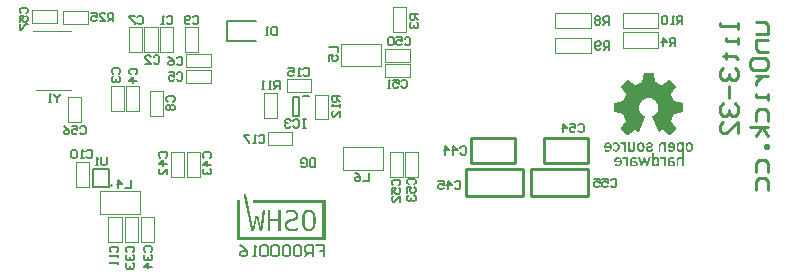
<source format=gbo>
G04*
G04 #@! TF.GenerationSoftware,Altium Limited,Altium Designer,20.2.5 (213)*
G04*
G04 Layer_Color=32896*
%FSLAX42Y42*%
%MOMM*%
G71*
G04*
G04 #@! TF.SameCoordinates,0AE3A023-6BB7-4A84-8F3F-E2DF2112AB30*
G04*
G04*
G04 #@! TF.FilePolarity,Positive*
G04*
G01*
G75*
%ADD12C,0.25*%
%ADD13C,0.20*%
%ADD14C,0.15*%
%ADD16C,0.10*%
%ADD17C,0.12*%
%ADD18C,0.13*%
%ADD22C,0.18*%
%ADD23C,0.14*%
G36*
X2266Y584D02*
X2267D01*
Y583D01*
Y582D01*
Y581D01*
Y580D01*
Y579D01*
Y578D01*
Y577D01*
Y576D01*
Y574D01*
Y573D01*
Y572D01*
Y571D01*
Y570D01*
Y569D01*
Y568D01*
Y567D01*
Y566D01*
Y564D01*
Y563D01*
Y562D01*
Y561D01*
Y560D01*
Y559D01*
Y558D01*
Y557D01*
Y556D01*
Y555D01*
Y553D01*
Y552D01*
Y551D01*
Y550D01*
Y549D01*
Y548D01*
Y547D01*
Y546D01*
Y545D01*
Y543D01*
Y542D01*
Y541D01*
Y540D01*
Y539D01*
Y538D01*
Y537D01*
Y536D01*
Y535D01*
Y534D01*
Y532D01*
Y531D01*
Y530D01*
Y529D01*
Y528D01*
Y527D01*
Y526D01*
Y525D01*
Y524D01*
Y522D01*
Y521D01*
Y520D01*
Y519D01*
Y518D01*
Y517D01*
Y516D01*
Y515D01*
Y514D01*
Y513D01*
Y511D01*
Y510D01*
Y509D01*
Y508D01*
Y507D01*
Y506D01*
Y505D01*
Y504D01*
Y503D01*
Y501D01*
Y500D01*
Y499D01*
Y498D01*
Y497D01*
Y496D01*
Y495D01*
Y494D01*
Y493D01*
Y492D01*
Y490D01*
Y489D01*
Y488D01*
Y487D01*
Y486D01*
Y485D01*
Y484D01*
Y483D01*
Y482D01*
Y480D01*
Y479D01*
Y478D01*
Y477D01*
Y476D01*
Y475D01*
Y474D01*
Y473D01*
Y472D01*
Y470D01*
Y469D01*
Y468D01*
Y467D01*
Y466D01*
Y465D01*
Y464D01*
Y463D01*
Y462D01*
Y461D01*
Y459D01*
Y458D01*
Y457D01*
Y456D01*
Y455D01*
Y454D01*
Y453D01*
Y452D01*
Y451D01*
Y449D01*
Y448D01*
Y447D01*
Y446D01*
Y445D01*
Y444D01*
Y443D01*
Y442D01*
Y441D01*
Y440D01*
Y438D01*
Y437D01*
Y436D01*
Y435D01*
Y434D01*
Y433D01*
Y432D01*
Y431D01*
Y430D01*
Y428D01*
Y427D01*
Y426D01*
Y425D01*
Y424D01*
Y423D01*
Y422D01*
Y421D01*
Y420D01*
Y419D01*
Y417D01*
Y416D01*
Y415D01*
Y414D01*
Y413D01*
Y412D01*
Y411D01*
Y410D01*
Y409D01*
X2245D01*
Y410D01*
Y411D01*
Y412D01*
Y413D01*
Y414D01*
Y415D01*
Y416D01*
Y417D01*
Y419D01*
Y420D01*
Y421D01*
Y422D01*
Y423D01*
Y424D01*
Y425D01*
Y426D01*
Y427D01*
Y428D01*
Y430D01*
Y431D01*
Y432D01*
Y433D01*
Y434D01*
Y435D01*
Y436D01*
Y437D01*
Y438D01*
Y440D01*
Y441D01*
Y442D01*
Y443D01*
Y444D01*
Y445D01*
Y446D01*
Y447D01*
Y448D01*
Y449D01*
Y451D01*
Y452D01*
Y453D01*
Y454D01*
Y455D01*
Y456D01*
Y457D01*
Y458D01*
Y459D01*
Y461D01*
Y462D01*
Y463D01*
Y464D01*
Y465D01*
Y466D01*
Y467D01*
Y468D01*
Y469D01*
Y470D01*
Y472D01*
Y473D01*
Y474D01*
Y475D01*
Y476D01*
Y477D01*
Y478D01*
Y479D01*
Y480D01*
Y482D01*
Y483D01*
Y484D01*
Y485D01*
Y486D01*
Y487D01*
Y488D01*
Y489D01*
Y490D01*
Y492D01*
Y493D01*
Y494D01*
X2176D01*
Y493D01*
Y492D01*
Y490D01*
Y489D01*
Y488D01*
Y487D01*
Y486D01*
Y485D01*
Y484D01*
Y483D01*
Y482D01*
Y480D01*
Y479D01*
Y478D01*
Y477D01*
Y476D01*
Y475D01*
Y474D01*
Y473D01*
Y472D01*
Y470D01*
Y469D01*
Y468D01*
Y467D01*
Y466D01*
Y465D01*
Y464D01*
Y463D01*
Y462D01*
Y461D01*
Y459D01*
Y458D01*
Y457D01*
Y456D01*
Y455D01*
Y454D01*
Y453D01*
Y452D01*
Y451D01*
Y449D01*
Y448D01*
Y447D01*
Y446D01*
Y445D01*
Y444D01*
Y443D01*
Y442D01*
Y441D01*
Y440D01*
Y438D01*
Y437D01*
Y436D01*
Y435D01*
Y434D01*
Y433D01*
Y432D01*
Y431D01*
Y430D01*
Y428D01*
Y427D01*
Y426D01*
Y425D01*
Y424D01*
Y423D01*
Y422D01*
Y421D01*
Y420D01*
Y419D01*
Y417D01*
Y416D01*
Y415D01*
Y414D01*
Y413D01*
Y412D01*
Y411D01*
Y410D01*
Y409D01*
X2154D01*
Y410D01*
Y411D01*
Y412D01*
Y413D01*
Y414D01*
Y415D01*
Y416D01*
Y417D01*
Y419D01*
Y420D01*
Y421D01*
Y422D01*
Y423D01*
Y424D01*
Y425D01*
Y426D01*
Y427D01*
Y428D01*
Y430D01*
Y431D01*
Y432D01*
Y433D01*
Y434D01*
Y435D01*
Y436D01*
Y437D01*
Y438D01*
Y440D01*
Y441D01*
Y442D01*
Y443D01*
Y444D01*
Y445D01*
Y446D01*
Y447D01*
Y448D01*
Y449D01*
Y451D01*
Y452D01*
Y453D01*
Y454D01*
Y455D01*
Y456D01*
Y457D01*
Y458D01*
Y459D01*
Y461D01*
Y462D01*
Y463D01*
Y464D01*
Y465D01*
Y466D01*
Y467D01*
Y468D01*
Y469D01*
Y470D01*
Y472D01*
Y473D01*
Y474D01*
Y475D01*
Y476D01*
Y477D01*
Y478D01*
Y479D01*
Y480D01*
Y482D01*
Y483D01*
Y484D01*
Y485D01*
Y486D01*
Y487D01*
Y488D01*
Y489D01*
Y490D01*
Y492D01*
Y493D01*
Y494D01*
Y495D01*
Y496D01*
Y497D01*
Y498D01*
Y499D01*
Y500D01*
Y501D01*
Y503D01*
Y504D01*
Y505D01*
Y506D01*
Y507D01*
Y508D01*
Y509D01*
Y510D01*
Y511D01*
Y513D01*
Y514D01*
Y515D01*
Y516D01*
Y517D01*
Y518D01*
Y519D01*
Y520D01*
Y521D01*
Y522D01*
Y524D01*
Y525D01*
Y526D01*
Y527D01*
Y528D01*
Y529D01*
Y530D01*
Y531D01*
Y532D01*
Y534D01*
Y535D01*
Y536D01*
Y537D01*
Y538D01*
Y539D01*
Y540D01*
Y541D01*
Y542D01*
Y543D01*
Y545D01*
Y546D01*
Y547D01*
Y548D01*
Y549D01*
Y550D01*
Y551D01*
Y552D01*
Y553D01*
Y555D01*
Y556D01*
Y557D01*
Y558D01*
Y559D01*
Y560D01*
Y561D01*
Y562D01*
Y563D01*
Y564D01*
Y566D01*
Y567D01*
Y568D01*
Y569D01*
Y570D01*
Y571D01*
Y572D01*
Y573D01*
Y574D01*
Y576D01*
Y577D01*
Y578D01*
Y579D01*
Y580D01*
Y581D01*
Y582D01*
Y583D01*
Y584D01*
X2162D01*
Y585D01*
X2172D01*
Y584D01*
X2176D01*
Y583D01*
Y582D01*
Y581D01*
Y580D01*
Y579D01*
Y578D01*
Y577D01*
Y576D01*
Y574D01*
Y573D01*
Y572D01*
Y571D01*
Y570D01*
Y569D01*
Y568D01*
Y567D01*
Y566D01*
Y564D01*
Y563D01*
Y562D01*
Y561D01*
Y560D01*
Y559D01*
Y558D01*
Y557D01*
Y556D01*
Y555D01*
Y553D01*
Y552D01*
Y551D01*
Y550D01*
Y549D01*
Y548D01*
Y547D01*
Y546D01*
Y545D01*
Y543D01*
Y542D01*
Y541D01*
Y540D01*
Y539D01*
Y538D01*
Y537D01*
Y536D01*
Y535D01*
Y534D01*
Y532D01*
Y531D01*
Y530D01*
Y529D01*
Y528D01*
Y527D01*
Y526D01*
Y525D01*
Y524D01*
Y522D01*
Y521D01*
Y520D01*
Y519D01*
Y518D01*
Y517D01*
Y516D01*
Y515D01*
Y514D01*
Y513D01*
X2245D01*
Y514D01*
Y515D01*
Y516D01*
Y517D01*
Y518D01*
Y519D01*
Y520D01*
Y521D01*
Y522D01*
Y524D01*
Y525D01*
Y526D01*
Y527D01*
Y528D01*
Y529D01*
Y530D01*
Y531D01*
Y532D01*
Y534D01*
Y535D01*
Y536D01*
Y537D01*
Y538D01*
Y539D01*
Y540D01*
Y541D01*
Y542D01*
Y543D01*
Y545D01*
Y546D01*
Y547D01*
Y548D01*
Y549D01*
Y550D01*
Y551D01*
Y552D01*
Y553D01*
Y555D01*
Y556D01*
Y557D01*
Y558D01*
Y559D01*
Y560D01*
Y561D01*
Y562D01*
Y563D01*
Y564D01*
Y566D01*
Y567D01*
Y568D01*
Y569D01*
Y570D01*
Y571D01*
Y572D01*
Y573D01*
Y574D01*
Y576D01*
Y577D01*
Y578D01*
Y579D01*
Y580D01*
Y581D01*
Y582D01*
Y583D01*
Y584D01*
X2246D01*
Y585D01*
X2266D01*
Y584D01*
D02*
G37*
G36*
X1972Y716D02*
Y715D01*
X1973D01*
Y714D01*
Y713D01*
Y712D01*
Y710D01*
Y709D01*
Y708D01*
X1974D01*
Y707D01*
Y706D01*
Y705D01*
Y704D01*
Y703D01*
X1975D01*
Y702D01*
Y700D01*
Y699D01*
Y698D01*
Y697D01*
Y696D01*
X1977D01*
Y695D01*
Y694D01*
Y693D01*
Y692D01*
Y691D01*
X1979D01*
Y689D01*
Y688D01*
Y687D01*
Y686D01*
Y685D01*
Y684D01*
X1980D01*
Y683D01*
Y682D01*
Y681D01*
Y679D01*
Y678D01*
Y677D01*
X1981D01*
Y676D01*
Y675D01*
Y674D01*
Y673D01*
Y672D01*
X1982D01*
Y671D01*
Y670D01*
Y668D01*
Y667D01*
Y666D01*
Y665D01*
X1984D01*
Y664D01*
X1983D01*
Y663D01*
Y662D01*
Y661D01*
Y660D01*
Y658D01*
X1985D01*
Y657D01*
Y656D01*
Y655D01*
Y654D01*
Y653D01*
Y652D01*
X1986D01*
Y651D01*
Y650D01*
Y649D01*
Y647D01*
X1987D01*
Y646D01*
Y645D01*
Y644D01*
Y643D01*
Y642D01*
Y641D01*
X1988D01*
Y640D01*
Y639D01*
Y637D01*
Y636D01*
Y635D01*
Y634D01*
X1990D01*
Y633D01*
Y632D01*
Y631D01*
Y630D01*
Y629D01*
Y628D01*
X1992D01*
Y626D01*
Y625D01*
Y624D01*
Y623D01*
Y622D01*
Y621D01*
X1993D01*
Y620D01*
Y619D01*
Y618D01*
Y616D01*
Y615D01*
X1994D01*
Y614D01*
Y613D01*
Y612D01*
Y611D01*
Y610D01*
Y609D01*
X1995D01*
Y608D01*
Y607D01*
Y605D01*
Y604D01*
Y603D01*
Y602D01*
X1996D01*
Y601D01*
Y600D01*
Y599D01*
Y598D01*
Y597D01*
X1997D01*
Y595D01*
Y594D01*
Y593D01*
Y592D01*
Y591D01*
Y590D01*
X2000D01*
Y589D01*
Y588D01*
Y587D01*
Y585D01*
Y584D01*
X2001D01*
Y583D01*
Y582D01*
Y581D01*
Y580D01*
Y579D01*
Y578D01*
X2002D01*
Y577D01*
Y576D01*
Y574D01*
Y573D01*
Y572D01*
Y571D01*
X2003D01*
Y570D01*
Y569D01*
Y568D01*
Y567D01*
Y566D01*
Y564D01*
X2004D01*
Y563D01*
Y562D01*
Y561D01*
Y560D01*
X2005D01*
Y559D01*
X2006D01*
Y558D01*
Y557D01*
Y556D01*
Y555D01*
Y553D01*
X2007D01*
Y552D01*
Y551D01*
Y550D01*
Y549D01*
Y548D01*
Y547D01*
X2008D01*
Y546D01*
Y545D01*
Y543D01*
Y542D01*
Y541D01*
Y540D01*
X2009D01*
Y539D01*
Y538D01*
Y537D01*
Y536D01*
Y535D01*
Y534D01*
X2011D01*
Y532D01*
Y531D01*
Y530D01*
Y529D01*
Y528D01*
Y527D01*
X2013D01*
Y526D01*
X2012D01*
Y525D01*
Y524D01*
Y522D01*
Y521D01*
X2014D01*
Y520D01*
Y519D01*
Y518D01*
Y517D01*
Y516D01*
Y515D01*
X2015D01*
Y514D01*
Y513D01*
Y511D01*
Y510D01*
Y509D01*
Y508D01*
X2016D01*
Y507D01*
Y506D01*
Y505D01*
Y504D01*
Y503D01*
X2017D01*
Y501D01*
Y500D01*
Y499D01*
Y498D01*
Y497D01*
X2018D01*
Y496D01*
Y495D01*
Y494D01*
Y493D01*
Y492D01*
Y490D01*
X2021D01*
Y489D01*
X2019D01*
Y488D01*
Y487D01*
Y486D01*
Y485D01*
Y484D01*
X2022D01*
Y483D01*
Y482D01*
Y480D01*
Y479D01*
Y478D01*
Y477D01*
X2023D01*
Y476D01*
Y475D01*
Y474D01*
Y473D01*
Y472D01*
Y470D01*
X2024D01*
Y469D01*
Y468D01*
Y467D01*
Y466D01*
Y465D01*
X2025D01*
Y464D01*
Y463D01*
Y462D01*
Y461D01*
Y459D01*
X2026D01*
Y458D01*
Y457D01*
Y456D01*
Y455D01*
Y454D01*
Y453D01*
X2028D01*
Y452D01*
Y451D01*
Y449D01*
Y448D01*
Y447D01*
Y446D01*
X2029D01*
Y445D01*
Y444D01*
Y443D01*
Y442D01*
X2032D01*
Y443D01*
Y444D01*
Y445D01*
Y446D01*
X2034D01*
Y447D01*
Y448D01*
Y449D01*
X2033D01*
Y451D01*
X2034D01*
Y452D01*
X2035D01*
Y453D01*
Y454D01*
Y455D01*
Y456D01*
Y457D01*
X2036D01*
Y458D01*
Y459D01*
Y461D01*
Y462D01*
Y463D01*
Y464D01*
X2037D01*
Y465D01*
Y466D01*
Y467D01*
Y468D01*
Y469D01*
X2038D01*
Y470D01*
Y472D01*
Y473D01*
Y474D01*
Y475D01*
Y476D01*
X2039D01*
Y477D01*
Y478D01*
Y479D01*
Y480D01*
Y482D01*
Y483D01*
X2042D01*
Y484D01*
Y485D01*
Y486D01*
Y487D01*
Y488D01*
X2043D01*
Y489D01*
Y490D01*
Y492D01*
Y493D01*
Y494D01*
X2044D01*
Y495D01*
Y496D01*
Y497D01*
Y498D01*
Y499D01*
Y500D01*
X2045D01*
Y501D01*
Y503D01*
Y504D01*
Y505D01*
Y506D01*
X2046D01*
Y507D01*
Y508D01*
Y509D01*
Y510D01*
Y511D01*
Y513D01*
X2048D01*
Y514D01*
Y515D01*
Y516D01*
Y517D01*
Y518D01*
X2047D01*
Y519D01*
X2049D01*
Y520D01*
Y521D01*
Y522D01*
Y524D01*
Y525D01*
X2050D01*
Y526D01*
Y527D01*
Y528D01*
Y529D01*
Y530D01*
Y531D01*
X2051D01*
Y532D01*
Y534D01*
Y535D01*
Y536D01*
X2076D01*
Y535D01*
Y534D01*
Y532D01*
Y531D01*
Y530D01*
Y529D01*
X2078D01*
Y528D01*
X2077D01*
Y527D01*
Y526D01*
Y525D01*
Y524D01*
Y522D01*
X2079D01*
Y521D01*
Y520D01*
Y519D01*
Y518D01*
X2080D01*
Y517D01*
Y516D01*
Y515D01*
Y514D01*
Y513D01*
Y511D01*
X2081D01*
Y510D01*
Y509D01*
Y508D01*
Y507D01*
Y506D01*
Y505D01*
X2082D01*
Y504D01*
Y503D01*
Y501D01*
Y500D01*
Y499D01*
Y498D01*
X2084D01*
Y497D01*
Y496D01*
Y495D01*
Y494D01*
Y493D01*
X2086D01*
Y492D01*
X2085D01*
Y490D01*
Y489D01*
Y488D01*
Y487D01*
X2086D01*
Y486D01*
X2087D01*
Y485D01*
Y484D01*
Y483D01*
Y482D01*
Y480D01*
Y479D01*
X2088D01*
Y478D01*
Y477D01*
Y476D01*
Y475D01*
X2089D01*
Y474D01*
Y473D01*
Y472D01*
Y470D01*
Y469D01*
Y468D01*
X2090D01*
Y467D01*
Y466D01*
Y465D01*
Y464D01*
Y463D01*
Y462D01*
X2092D01*
Y461D01*
X2091D01*
Y459D01*
Y458D01*
Y457D01*
Y456D01*
Y455D01*
X2094D01*
Y454D01*
Y453D01*
Y452D01*
Y451D01*
Y449D01*
X2095D01*
Y448D01*
Y447D01*
Y446D01*
Y445D01*
Y444D01*
Y443D01*
X2097D01*
Y444D01*
Y445D01*
X2099D01*
Y446D01*
Y447D01*
Y448D01*
Y449D01*
Y451D01*
Y452D01*
Y453D01*
Y454D01*
X2098D01*
Y455D01*
X2100D01*
Y456D01*
Y457D01*
Y458D01*
Y459D01*
Y461D01*
Y462D01*
Y463D01*
Y464D01*
Y465D01*
Y466D01*
Y467D01*
X2101D01*
Y468D01*
Y469D01*
Y470D01*
Y472D01*
Y473D01*
Y474D01*
Y475D01*
Y476D01*
Y477D01*
X2102D01*
Y478D01*
Y479D01*
Y480D01*
Y482D01*
Y483D01*
Y484D01*
Y485D01*
Y486D01*
Y487D01*
Y488D01*
Y489D01*
X2103D01*
Y490D01*
Y492D01*
Y493D01*
Y494D01*
Y495D01*
Y496D01*
Y497D01*
Y498D01*
Y499D01*
X2105D01*
Y500D01*
Y501D01*
Y503D01*
Y504D01*
Y505D01*
Y506D01*
Y507D01*
Y508D01*
Y509D01*
Y510D01*
Y511D01*
X2107D01*
Y513D01*
Y514D01*
Y515D01*
Y516D01*
Y517D01*
Y518D01*
Y519D01*
Y520D01*
Y521D01*
X2108D01*
Y522D01*
Y524D01*
Y525D01*
Y526D01*
Y527D01*
Y528D01*
Y529D01*
Y530D01*
Y531D01*
Y532D01*
X2109D01*
Y534D01*
Y535D01*
Y536D01*
Y537D01*
Y538D01*
Y539D01*
Y540D01*
Y541D01*
Y542D01*
Y543D01*
X2110D01*
Y545D01*
Y546D01*
Y547D01*
Y548D01*
Y549D01*
Y550D01*
Y551D01*
Y552D01*
Y553D01*
Y555D01*
X2111D01*
Y556D01*
Y557D01*
Y558D01*
Y559D01*
Y560D01*
Y561D01*
Y562D01*
Y563D01*
Y564D01*
Y566D01*
X2112D01*
Y567D01*
X2113D01*
Y568D01*
Y569D01*
Y570D01*
Y571D01*
Y572D01*
Y573D01*
Y574D01*
Y576D01*
X2112D01*
Y577D01*
X2115D01*
Y578D01*
Y579D01*
Y580D01*
Y581D01*
Y582D01*
Y583D01*
Y584D01*
X2137D01*
Y583D01*
Y582D01*
X2134D01*
Y581D01*
Y580D01*
Y579D01*
Y578D01*
Y577D01*
Y576D01*
Y574D01*
X2133D01*
Y573D01*
Y572D01*
Y571D01*
Y570D01*
Y569D01*
Y568D01*
Y567D01*
Y566D01*
Y564D01*
X2132D01*
Y563D01*
Y562D01*
Y561D01*
Y560D01*
Y559D01*
Y558D01*
Y557D01*
Y556D01*
X2131D01*
Y555D01*
Y553D01*
Y552D01*
Y551D01*
Y550D01*
Y549D01*
Y548D01*
X2130D01*
Y547D01*
Y546D01*
Y545D01*
Y543D01*
Y542D01*
Y541D01*
Y540D01*
Y539D01*
X2128D01*
Y538D01*
Y537D01*
Y536D01*
Y535D01*
Y534D01*
Y532D01*
Y531D01*
Y530D01*
X2127D01*
Y529D01*
Y528D01*
Y527D01*
Y526D01*
Y525D01*
Y524D01*
Y522D01*
Y521D01*
Y520D01*
X2126D01*
Y519D01*
Y518D01*
Y517D01*
Y516D01*
Y515D01*
Y514D01*
Y513D01*
X2124D01*
Y511D01*
Y510D01*
Y509D01*
Y508D01*
Y507D01*
Y506D01*
Y505D01*
Y504D01*
X2123D01*
Y503D01*
Y501D01*
Y500D01*
Y499D01*
Y498D01*
Y497D01*
Y496D01*
X2122D01*
Y495D01*
Y494D01*
Y493D01*
Y492D01*
Y490D01*
Y489D01*
Y488D01*
Y487D01*
X2120D01*
Y486D01*
Y485D01*
Y484D01*
Y483D01*
Y482D01*
Y480D01*
Y479D01*
Y478D01*
Y477D01*
X2119D01*
Y476D01*
Y475D01*
Y474D01*
Y473D01*
Y472D01*
Y470D01*
Y469D01*
Y468D01*
X2118D01*
Y467D01*
Y466D01*
Y465D01*
Y464D01*
Y463D01*
Y462D01*
Y461D01*
X2117D01*
Y459D01*
Y458D01*
Y457D01*
Y456D01*
Y455D01*
Y454D01*
Y453D01*
Y452D01*
X2116D01*
Y451D01*
Y449D01*
Y448D01*
Y447D01*
Y446D01*
Y445D01*
Y444D01*
Y443D01*
Y442D01*
X2113D01*
Y441D01*
Y440D01*
Y438D01*
Y437D01*
Y436D01*
Y435D01*
Y434D01*
X2112D01*
Y433D01*
Y432D01*
Y431D01*
Y430D01*
Y428D01*
Y427D01*
Y426D01*
Y425D01*
X2111D01*
Y424D01*
Y423D01*
Y422D01*
Y421D01*
Y420D01*
Y419D01*
Y417D01*
Y416D01*
X2110D01*
Y415D01*
Y414D01*
Y413D01*
Y412D01*
Y411D01*
Y410D01*
X2109D01*
Y409D01*
X2089D01*
Y410D01*
X2088D01*
Y411D01*
Y412D01*
Y413D01*
Y414D01*
X2087D01*
Y415D01*
Y416D01*
Y417D01*
Y419D01*
X2086D01*
Y420D01*
Y421D01*
Y422D01*
Y423D01*
Y424D01*
Y425D01*
X2084D01*
Y426D01*
X2085D01*
Y427D01*
Y428D01*
Y430D01*
Y431D01*
X2082D01*
Y432D01*
Y433D01*
Y434D01*
Y435D01*
Y436D01*
X2081D01*
Y437D01*
Y438D01*
Y440D01*
Y441D01*
Y442D01*
X2080D01*
Y443D01*
Y444D01*
Y445D01*
Y446D01*
Y447D01*
X2079D01*
Y448D01*
Y449D01*
Y451D01*
Y452D01*
Y453D01*
Y454D01*
X2078D01*
Y455D01*
Y456D01*
Y457D01*
Y458D01*
Y459D01*
X2076D01*
Y461D01*
Y462D01*
Y463D01*
Y464D01*
Y465D01*
X2075D01*
Y466D01*
Y467D01*
Y468D01*
Y469D01*
Y470D01*
X2074D01*
Y472D01*
Y473D01*
Y474D01*
Y475D01*
Y476D01*
X2072D01*
Y477D01*
Y478D01*
Y479D01*
Y480D01*
Y482D01*
Y483D01*
X2071D01*
Y484D01*
Y485D01*
Y486D01*
Y487D01*
Y488D01*
X2069D01*
Y489D01*
X2070D01*
Y490D01*
Y492D01*
Y493D01*
X2069D01*
Y494D01*
X2068D01*
Y495D01*
Y496D01*
Y497D01*
Y498D01*
Y499D01*
X2067D01*
Y500D01*
Y501D01*
Y503D01*
Y504D01*
Y505D01*
X2066D01*
Y506D01*
Y507D01*
Y508D01*
Y509D01*
Y510D01*
X2065D01*
Y511D01*
Y513D01*
X2061D01*
Y511D01*
Y510D01*
Y509D01*
Y508D01*
X2060D01*
Y507D01*
Y506D01*
Y505D01*
Y504D01*
Y503D01*
X2059D01*
Y501D01*
Y500D01*
Y499D01*
Y498D01*
Y497D01*
Y496D01*
X2058D01*
Y495D01*
Y494D01*
Y493D01*
Y492D01*
Y490D01*
X2057D01*
Y489D01*
Y488D01*
Y487D01*
Y486D01*
Y485D01*
X2055D01*
Y484D01*
Y483D01*
Y482D01*
Y480D01*
Y479D01*
X2054D01*
Y478D01*
Y477D01*
Y476D01*
Y475D01*
Y474D01*
X2053D01*
Y473D01*
Y472D01*
Y470D01*
Y469D01*
Y468D01*
X2051D01*
Y467D01*
Y466D01*
Y465D01*
Y464D01*
Y463D01*
Y462D01*
X2050D01*
Y461D01*
Y459D01*
Y458D01*
Y457D01*
Y456D01*
X2048D01*
Y455D01*
Y454D01*
Y453D01*
Y452D01*
X2049D01*
Y451D01*
X2047D01*
Y449D01*
Y448D01*
Y447D01*
Y446D01*
Y445D01*
X2046D01*
Y444D01*
Y443D01*
Y442D01*
Y441D01*
Y440D01*
X2045D01*
Y438D01*
Y437D01*
Y436D01*
Y435D01*
Y434D01*
Y433D01*
X2044D01*
Y432D01*
Y431D01*
Y430D01*
Y428D01*
X2043D01*
Y427D01*
Y426D01*
Y425D01*
Y424D01*
Y423D01*
X2040D01*
Y422D01*
Y421D01*
Y420D01*
Y419D01*
Y417D01*
Y416D01*
X2039D01*
Y415D01*
Y414D01*
Y413D01*
Y412D01*
Y411D01*
X2038D01*
Y410D01*
Y409D01*
X2017D01*
Y410D01*
Y411D01*
X2016D01*
Y412D01*
Y413D01*
Y414D01*
Y415D01*
Y416D01*
Y417D01*
X2015D01*
Y419D01*
Y420D01*
Y421D01*
Y422D01*
Y423D01*
X2014D01*
Y424D01*
Y425D01*
Y426D01*
Y427D01*
Y428D01*
Y430D01*
X2013D01*
Y431D01*
Y432D01*
Y433D01*
Y434D01*
Y435D01*
Y436D01*
X2011D01*
Y437D01*
Y438D01*
Y440D01*
Y441D01*
X2009D01*
Y442D01*
Y443D01*
Y444D01*
Y445D01*
Y446D01*
Y447D01*
X2008D01*
Y448D01*
Y449D01*
Y451D01*
Y452D01*
Y453D01*
Y454D01*
X2007D01*
Y455D01*
Y456D01*
Y457D01*
Y458D01*
Y459D01*
X2006D01*
Y461D01*
Y462D01*
Y463D01*
Y464D01*
Y465D01*
Y466D01*
X2004D01*
Y467D01*
X2005D01*
Y468D01*
Y469D01*
Y470D01*
X2003D01*
Y472D01*
Y473D01*
Y474D01*
Y475D01*
Y476D01*
Y477D01*
X2002D01*
Y478D01*
Y479D01*
Y480D01*
Y482D01*
Y483D01*
X2001D01*
Y484D01*
Y485D01*
Y486D01*
Y487D01*
Y488D01*
Y489D01*
X2000D01*
Y490D01*
Y492D01*
Y493D01*
Y494D01*
Y495D01*
Y496D01*
X1998D01*
Y497D01*
Y498D01*
Y499D01*
Y500D01*
Y501D01*
X1996D01*
Y503D01*
X1997D01*
Y504D01*
Y505D01*
Y506D01*
Y507D01*
X1996D01*
Y508D01*
X1995D01*
Y509D01*
Y510D01*
Y511D01*
Y513D01*
Y514D01*
X1994D01*
Y515D01*
Y516D01*
Y517D01*
Y518D01*
Y519D01*
X1993D01*
Y520D01*
Y521D01*
Y522D01*
Y524D01*
Y525D01*
Y526D01*
X1992D01*
Y527D01*
Y528D01*
Y529D01*
Y530D01*
Y531D01*
X1990D01*
Y532D01*
X1991D01*
Y534D01*
Y535D01*
Y536D01*
Y537D01*
Y538D01*
X1988D01*
Y539D01*
Y540D01*
Y541D01*
Y542D01*
X1987D01*
Y543D01*
Y545D01*
Y546D01*
Y547D01*
Y548D01*
Y549D01*
X1986D01*
Y550D01*
Y551D01*
Y552D01*
Y553D01*
Y555D01*
Y556D01*
X1985D01*
Y557D01*
Y558D01*
Y559D01*
Y560D01*
Y561D01*
X1984D01*
Y562D01*
Y563D01*
Y564D01*
Y566D01*
Y567D01*
Y568D01*
X1982D01*
Y569D01*
X1983D01*
Y570D01*
Y571D01*
Y572D01*
Y573D01*
X1982D01*
Y574D01*
X1981D01*
Y576D01*
Y577D01*
Y578D01*
Y579D01*
X1980D01*
Y580D01*
Y581D01*
Y582D01*
Y583D01*
Y584D01*
Y585D01*
X1979D01*
Y587D01*
Y588D01*
Y589D01*
Y590D01*
Y591D01*
Y592D01*
X1977D01*
Y593D01*
Y594D01*
Y595D01*
Y597D01*
Y598D01*
X1975D01*
Y599D01*
X1976D01*
Y600D01*
Y601D01*
Y602D01*
Y603D01*
Y604D01*
X1974D01*
Y605D01*
Y607D01*
Y608D01*
Y609D01*
Y610D01*
X1973D01*
Y611D01*
Y612D01*
Y613D01*
Y614D01*
Y615D01*
Y616D01*
X1972D01*
Y618D01*
Y619D01*
Y620D01*
Y621D01*
X1971D01*
Y622D01*
Y623D01*
Y624D01*
Y625D01*
Y626D01*
Y628D01*
X1970D01*
Y629D01*
Y630D01*
Y631D01*
Y632D01*
Y633D01*
Y634D01*
X1967D01*
Y635D01*
X1969D01*
Y636D01*
Y637D01*
Y639D01*
Y640D01*
X1966D01*
Y641D01*
Y642D01*
Y643D01*
Y644D01*
Y645D01*
Y646D01*
X1965D01*
Y647D01*
Y649D01*
Y650D01*
Y651D01*
X1964D01*
Y652D01*
Y653D01*
Y654D01*
Y655D01*
Y656D01*
Y657D01*
X1963D01*
Y658D01*
Y660D01*
Y661D01*
Y662D01*
Y663D01*
Y664D01*
X1962D01*
Y665D01*
Y666D01*
Y667D01*
Y668D01*
Y670D01*
X1960D01*
Y671D01*
Y672D01*
Y673D01*
Y674D01*
Y675D01*
Y676D01*
X1959D01*
Y677D01*
Y678D01*
Y679D01*
Y681D01*
Y682D01*
X1957D01*
Y683D01*
Y684D01*
Y685D01*
Y686D01*
Y687D01*
X1956D01*
Y688D01*
Y689D01*
Y691D01*
Y692D01*
Y693D01*
Y694D01*
X1955D01*
Y695D01*
Y696D01*
Y697D01*
Y698D01*
Y699D01*
X1953D01*
Y700D01*
X1954D01*
Y702D01*
Y703D01*
Y704D01*
Y705D01*
Y706D01*
X1952D01*
Y707D01*
Y708D01*
Y709D01*
Y710D01*
Y712D01*
Y713D01*
X1951D01*
Y714D01*
Y715D01*
Y716D01*
Y717D01*
X1972D01*
Y716D01*
D02*
G37*
G36*
X2514Y587D02*
X2520D01*
Y585D01*
X2524D01*
Y584D01*
X2528D01*
Y583D01*
X2530D01*
Y582D01*
X2532D01*
Y581D01*
X2534D01*
Y580D01*
X2535D01*
Y579D01*
X2537D01*
Y578D01*
X2538D01*
Y577D01*
X2539D01*
Y576D01*
X2540D01*
Y574D01*
X2541D01*
Y573D01*
X2542D01*
Y572D01*
X2544D01*
Y571D01*
X2545D01*
Y570D01*
X2546D01*
Y569D01*
Y568D01*
X2547D01*
Y567D01*
X2548D01*
Y566D01*
Y564D01*
Y563D01*
X2550D01*
Y562D01*
X2551D01*
Y561D01*
Y560D01*
Y559D01*
X2552D01*
Y558D01*
Y557D01*
Y556D01*
X2554D01*
Y555D01*
Y553D01*
X2555D01*
Y552D01*
Y551D01*
Y550D01*
Y549D01*
X2557D01*
Y548D01*
X2556D01*
Y547D01*
Y546D01*
X2557D01*
Y545D01*
X2558D01*
Y543D01*
Y542D01*
Y541D01*
Y540D01*
X2559D01*
Y539D01*
Y538D01*
Y537D01*
Y536D01*
Y535D01*
Y534D01*
X2560D01*
Y532D01*
Y531D01*
Y530D01*
Y529D01*
Y528D01*
Y527D01*
Y526D01*
X2561D01*
Y525D01*
Y524D01*
Y522D01*
Y521D01*
Y520D01*
Y519D01*
Y518D01*
Y517D01*
Y516D01*
Y515D01*
Y514D01*
Y513D01*
X2563D01*
Y511D01*
X2562D01*
Y510D01*
Y509D01*
Y508D01*
Y507D01*
Y506D01*
Y505D01*
Y504D01*
Y503D01*
Y501D01*
Y500D01*
Y499D01*
Y498D01*
Y497D01*
Y496D01*
Y495D01*
Y494D01*
Y493D01*
Y492D01*
Y490D01*
Y489D01*
Y488D01*
Y487D01*
Y486D01*
Y485D01*
Y484D01*
Y483D01*
Y482D01*
Y480D01*
X2561D01*
Y479D01*
Y478D01*
Y477D01*
Y476D01*
Y475D01*
Y474D01*
Y473D01*
Y472D01*
Y470D01*
Y469D01*
Y468D01*
Y467D01*
X2560D01*
Y466D01*
Y465D01*
Y464D01*
Y463D01*
Y462D01*
Y461D01*
Y459D01*
X2559D01*
Y458D01*
Y457D01*
Y456D01*
Y455D01*
Y454D01*
X2558D01*
Y453D01*
Y452D01*
Y451D01*
Y449D01*
Y448D01*
X2556D01*
Y447D01*
Y446D01*
Y445D01*
X2557D01*
Y444D01*
X2555D01*
Y443D01*
Y442D01*
Y441D01*
Y440D01*
X2554D01*
Y438D01*
Y437D01*
X2552D01*
Y436D01*
Y435D01*
Y434D01*
X2551D01*
Y433D01*
Y432D01*
X2550D01*
Y431D01*
Y430D01*
X2549D01*
Y428D01*
X2548D01*
Y427D01*
X2547D01*
Y426D01*
Y425D01*
X2546D01*
Y424D01*
X2545D01*
Y423D01*
X2544D01*
Y422D01*
X2542D01*
Y421D01*
Y420D01*
X2540D01*
Y419D01*
X2539D01*
Y417D01*
X2538D01*
Y416D01*
X2537D01*
Y415D01*
X2536D01*
Y414D01*
X2534D01*
Y413D01*
X2532D01*
Y412D01*
X2530D01*
Y411D01*
X2528D01*
Y410D01*
X2525D01*
Y409D01*
X2521D01*
Y407D01*
X2516D01*
Y406D01*
Y405D01*
X2493D01*
Y406D01*
X2492D01*
Y407D01*
X2487D01*
Y409D01*
X2483D01*
Y410D01*
X2481D01*
Y411D01*
X2478D01*
Y412D01*
X2475D01*
Y413D01*
Y414D01*
X2473D01*
Y415D01*
X2472D01*
Y416D01*
X2471D01*
Y417D01*
X2468D01*
Y419D01*
X2467D01*
Y420D01*
X2466D01*
Y421D01*
Y422D01*
X2465D01*
Y423D01*
X2464D01*
Y424D01*
X2462D01*
Y425D01*
X2461D01*
Y426D01*
X2462D01*
Y427D01*
X2461D01*
Y428D01*
X2460D01*
Y430D01*
Y431D01*
X2458D01*
Y432D01*
X2457D01*
Y433D01*
Y434D01*
X2456D01*
Y435D01*
Y436D01*
Y437D01*
X2455D01*
Y438D01*
Y440D01*
Y441D01*
X2453D01*
Y442D01*
Y443D01*
Y444D01*
X2452D01*
Y445D01*
Y446D01*
Y447D01*
Y448D01*
X2451D01*
Y449D01*
Y451D01*
Y452D01*
Y453D01*
X2450D01*
Y454D01*
Y455D01*
Y456D01*
Y457D01*
Y458D01*
Y459D01*
X2448D01*
Y461D01*
Y462D01*
Y463D01*
Y464D01*
Y465D01*
Y466D01*
Y467D01*
X2446D01*
Y468D01*
X2447D01*
Y469D01*
Y470D01*
Y472D01*
Y473D01*
Y474D01*
Y475D01*
Y476D01*
Y477D01*
Y478D01*
Y479D01*
Y480D01*
X2445D01*
Y482D01*
Y483D01*
Y484D01*
Y485D01*
Y486D01*
Y487D01*
Y488D01*
Y489D01*
Y490D01*
Y492D01*
Y493D01*
Y494D01*
Y495D01*
Y496D01*
Y497D01*
Y498D01*
Y499D01*
Y500D01*
Y501D01*
Y503D01*
Y504D01*
Y505D01*
Y506D01*
Y507D01*
Y508D01*
Y509D01*
Y510D01*
Y511D01*
Y513D01*
Y514D01*
X2447D01*
Y515D01*
Y516D01*
Y517D01*
Y518D01*
Y519D01*
Y520D01*
Y521D01*
Y522D01*
Y524D01*
Y525D01*
Y526D01*
X2446D01*
Y527D01*
X2448D01*
Y528D01*
Y529D01*
Y530D01*
Y531D01*
Y532D01*
Y534D01*
Y535D01*
X2450D01*
Y536D01*
Y537D01*
Y538D01*
Y539D01*
Y540D01*
X2451D01*
Y541D01*
Y542D01*
Y543D01*
Y545D01*
X2452D01*
Y546D01*
Y547D01*
Y548D01*
Y549D01*
X2454D01*
Y550D01*
Y551D01*
X2453D01*
Y552D01*
Y553D01*
X2455D01*
Y555D01*
Y556D01*
X2456D01*
Y557D01*
Y558D01*
X2457D01*
Y559D01*
Y560D01*
Y561D01*
X2458D01*
Y562D01*
Y563D01*
X2460D01*
Y564D01*
Y566D01*
X2461D01*
Y567D01*
X2462D01*
Y568D01*
X2463D01*
Y569D01*
Y570D01*
X2464D01*
Y571D01*
X2465D01*
Y572D01*
X2466D01*
Y573D01*
X2467D01*
Y574D01*
Y576D01*
X2468D01*
Y577D01*
X2471D01*
Y578D01*
X2472D01*
Y579D01*
X2474D01*
Y580D01*
X2475D01*
Y581D01*
X2476D01*
Y582D01*
X2478D01*
Y583D01*
X2481D01*
Y584D01*
X2485D01*
Y585D01*
X2488D01*
Y587D01*
X2495D01*
Y588D01*
X2514D01*
Y587D01*
D02*
G37*
G36*
X2364D02*
X2372D01*
Y585D01*
X2378D01*
Y584D01*
X2380D01*
Y583D01*
X2384D01*
Y582D01*
X2387D01*
Y581D01*
X2388D01*
Y580D01*
X2390D01*
Y579D01*
X2391D01*
Y578D01*
X2393D01*
Y577D01*
X2394D01*
Y576D01*
X2395D01*
Y574D01*
X2396D01*
Y573D01*
X2399D01*
Y572D01*
X2400D01*
Y571D01*
X2401D01*
Y570D01*
Y569D01*
X2402D01*
Y568D01*
X2403D01*
Y567D01*
X2404D01*
Y566D01*
X2405D01*
Y564D01*
Y563D01*
X2406D01*
Y562D01*
X2408D01*
Y561D01*
Y560D01*
Y559D01*
X2409D01*
Y558D01*
Y557D01*
X2410D01*
Y556D01*
Y555D01*
Y553D01*
X2412D01*
Y552D01*
Y551D01*
X2411D01*
Y550D01*
Y549D01*
Y548D01*
X2413D01*
Y547D01*
Y546D01*
Y545D01*
Y543D01*
Y542D01*
Y541D01*
Y540D01*
Y539D01*
Y538D01*
Y537D01*
Y536D01*
Y535D01*
Y534D01*
Y532D01*
Y531D01*
Y530D01*
Y529D01*
Y528D01*
Y527D01*
Y526D01*
X2411D01*
Y525D01*
Y524D01*
X2412D01*
Y522D01*
X2411D01*
Y521D01*
X2410D01*
Y520D01*
Y519D01*
Y518D01*
X2409D01*
Y517D01*
Y516D01*
X2408D01*
Y515D01*
Y514D01*
Y513D01*
X2406D01*
Y511D01*
X2405D01*
Y510D01*
X2403D01*
Y509D01*
Y508D01*
Y507D01*
X2402D01*
Y506D01*
X2401D01*
Y505D01*
X2400D01*
Y504D01*
X2398D01*
Y503D01*
X2396D01*
Y501D01*
X2393D01*
Y500D01*
Y499D01*
X2392D01*
Y498D01*
X2390D01*
Y497D01*
X2385D01*
Y496D01*
X2383D01*
Y495D01*
X2381D01*
Y494D01*
X2375D01*
Y493D01*
Y492D01*
X2371D01*
Y490D01*
X2366D01*
Y489D01*
X2360D01*
Y488D01*
X2354D01*
Y487D01*
X2349D01*
Y486D01*
Y485D01*
X2345D01*
Y484D01*
X2341D01*
Y483D01*
X2339D01*
Y482D01*
X2336D01*
Y480D01*
X2333D01*
Y479D01*
X2332D01*
Y478D01*
Y477D01*
X2329D01*
Y476D01*
X2328D01*
Y475D01*
Y474D01*
X2327D01*
Y473D01*
X2326D01*
Y472D01*
Y470D01*
Y469D01*
X2324D01*
Y468D01*
Y467D01*
X2325D01*
Y466D01*
X2322D01*
Y465D01*
Y464D01*
Y463D01*
Y462D01*
Y461D01*
Y459D01*
X2321D01*
Y458D01*
Y457D01*
Y456D01*
Y455D01*
Y454D01*
Y453D01*
Y452D01*
Y451D01*
X2322D01*
Y449D01*
Y448D01*
Y447D01*
Y446D01*
Y445D01*
X2324D01*
Y444D01*
Y443D01*
Y442D01*
Y441D01*
X2326D01*
Y440D01*
Y438D01*
X2327D01*
Y437D01*
Y436D01*
Y435D01*
X2328D01*
Y434D01*
X2329D01*
Y433D01*
X2331D01*
Y432D01*
X2332D01*
Y431D01*
X2335D01*
Y430D01*
Y428D01*
X2336D01*
Y427D01*
X2339D01*
Y426D01*
X2342D01*
Y425D01*
X2347D01*
Y424D01*
X2356D01*
Y423D01*
X2367D01*
Y424D01*
X2378D01*
Y425D01*
X2382D01*
Y426D01*
X2387D01*
Y427D01*
X2390D01*
Y428D01*
X2393D01*
Y430D01*
Y431D01*
X2395D01*
Y432D01*
X2400D01*
Y433D01*
X2402D01*
Y434D01*
X2404D01*
Y435D01*
X2406D01*
Y436D01*
X2408D01*
Y437D01*
X2409D01*
Y438D01*
X2412D01*
Y437D01*
X2411D01*
Y436D01*
Y435D01*
Y434D01*
Y433D01*
Y432D01*
Y431D01*
Y430D01*
Y428D01*
Y427D01*
Y426D01*
Y425D01*
Y424D01*
Y423D01*
Y422D01*
Y421D01*
Y420D01*
Y419D01*
Y417D01*
X2412D01*
Y416D01*
X2411D01*
Y415D01*
X2408D01*
Y414D01*
X2404D01*
Y413D01*
Y412D01*
X2400D01*
Y411D01*
X2396D01*
Y410D01*
X2391D01*
Y409D01*
X2385D01*
Y407D01*
X2378D01*
Y406D01*
Y405D01*
X2346D01*
Y406D01*
X2345D01*
Y407D01*
X2338D01*
Y409D01*
X2333D01*
Y410D01*
X2330D01*
Y411D01*
X2328D01*
Y412D01*
X2325D01*
Y413D01*
X2324D01*
Y414D01*
X2322D01*
Y415D01*
X2320D01*
Y416D01*
X2319D01*
Y417D01*
X2316D01*
Y419D01*
X2315D01*
Y420D01*
X2314D01*
Y421D01*
Y422D01*
X2312D01*
Y423D01*
X2311D01*
Y424D01*
Y425D01*
X2309D01*
Y426D01*
X2308D01*
Y427D01*
Y428D01*
X2307D01*
Y430D01*
Y431D01*
X2306D01*
Y432D01*
Y433D01*
X2305D01*
Y434D01*
Y435D01*
Y436D01*
Y437D01*
X2304D01*
Y438D01*
Y440D01*
Y441D01*
X2302D01*
Y442D01*
Y443D01*
Y444D01*
Y445D01*
Y446D01*
Y447D01*
X2300D01*
Y448D01*
Y449D01*
Y451D01*
Y452D01*
Y453D01*
Y454D01*
Y455D01*
Y456D01*
Y457D01*
Y458D01*
Y459D01*
Y461D01*
Y462D01*
Y463D01*
Y464D01*
Y465D01*
X2301D01*
Y466D01*
X2302D01*
Y467D01*
Y468D01*
Y469D01*
Y470D01*
Y472D01*
X2304D01*
Y473D01*
Y474D01*
Y475D01*
Y476D01*
X2305D01*
Y477D01*
Y478D01*
Y479D01*
X2306D01*
Y480D01*
Y482D01*
Y483D01*
X2307D01*
Y484D01*
X2309D01*
Y485D01*
X2308D01*
Y486D01*
X2309D01*
Y487D01*
X2310D01*
Y488D01*
X2311D01*
Y489D01*
X2312D01*
Y490D01*
X2314D01*
Y492D01*
X2315D01*
Y493D01*
X2316D01*
Y494D01*
X2317D01*
Y495D01*
X2318D01*
Y496D01*
X2319D01*
Y497D01*
X2321D01*
Y498D01*
X2324D01*
Y499D01*
X2327D01*
Y500D01*
X2329D01*
Y501D01*
Y503D01*
X2332D01*
Y504D01*
X2335D01*
Y505D01*
X2338D01*
Y506D01*
X2343D01*
Y507D01*
X2348D01*
Y508D01*
X2353D01*
Y509D01*
X2354D01*
Y510D01*
X2359D01*
Y511D01*
X2364D01*
Y513D01*
X2370D01*
Y514D01*
X2372D01*
Y515D01*
X2375D01*
Y516D01*
X2377D01*
Y517D01*
X2379D01*
Y518D01*
X2381D01*
Y519D01*
X2382D01*
Y520D01*
X2385D01*
Y521D01*
X2387D01*
Y522D01*
Y524D01*
Y525D01*
X2388D01*
Y526D01*
X2390D01*
Y527D01*
Y528D01*
X2391D01*
Y529D01*
Y530D01*
Y531D01*
Y532D01*
Y534D01*
X2392D01*
Y535D01*
Y536D01*
Y537D01*
Y538D01*
Y539D01*
Y540D01*
Y541D01*
Y542D01*
Y543D01*
Y545D01*
Y546D01*
Y547D01*
X2391D01*
Y548D01*
Y549D01*
Y550D01*
Y551D01*
Y552D01*
X2390D01*
Y553D01*
Y555D01*
X2388D01*
Y556D01*
X2389D01*
Y557D01*
X2387D01*
Y558D01*
Y559D01*
X2385D01*
Y560D01*
X2384D01*
Y561D01*
X2382D01*
Y562D01*
X2381D01*
Y563D01*
X2379D01*
Y564D01*
X2378D01*
Y566D01*
Y567D01*
X2374D01*
Y568D01*
X2371D01*
Y569D01*
X2366D01*
Y570D01*
X2342D01*
Y569D01*
X2336D01*
Y568D01*
X2332D01*
Y567D01*
X2328D01*
Y566D01*
Y564D01*
X2325D01*
Y563D01*
X2321D01*
Y562D01*
X2319D01*
Y561D01*
X2317D01*
Y560D01*
X2314D01*
Y559D01*
X2312D01*
Y558D01*
Y557D01*
X2311D01*
Y558D01*
Y559D01*
Y560D01*
Y561D01*
Y562D01*
Y563D01*
Y564D01*
Y566D01*
Y567D01*
Y568D01*
Y569D01*
Y570D01*
Y571D01*
Y572D01*
Y573D01*
Y574D01*
Y576D01*
Y577D01*
Y578D01*
Y579D01*
X2314D01*
Y580D01*
X2317D01*
Y581D01*
X2318D01*
Y582D01*
X2321D01*
Y583D01*
X2326D01*
Y584D01*
X2331D01*
Y585D01*
X2337D01*
Y587D01*
X2346D01*
Y588D01*
X2364D01*
Y587D01*
D02*
G37*
G36*
X2645Y672D02*
Y671D01*
Y670D01*
Y668D01*
Y667D01*
Y666D01*
Y665D01*
Y664D01*
Y663D01*
Y662D01*
Y661D01*
Y660D01*
Y658D01*
Y657D01*
Y656D01*
Y655D01*
Y654D01*
Y653D01*
Y652D01*
Y651D01*
Y650D01*
Y649D01*
Y647D01*
Y646D01*
Y645D01*
Y644D01*
Y643D01*
Y642D01*
Y641D01*
Y640D01*
Y639D01*
Y637D01*
Y636D01*
Y635D01*
Y634D01*
Y633D01*
Y632D01*
Y631D01*
Y630D01*
Y629D01*
Y628D01*
Y626D01*
Y625D01*
Y624D01*
Y623D01*
Y622D01*
Y621D01*
Y620D01*
Y619D01*
Y618D01*
Y616D01*
Y615D01*
Y614D01*
Y613D01*
Y612D01*
Y611D01*
Y610D01*
Y609D01*
Y608D01*
Y607D01*
Y605D01*
Y604D01*
Y603D01*
Y602D01*
Y601D01*
Y600D01*
Y599D01*
Y598D01*
Y597D01*
Y595D01*
Y594D01*
Y593D01*
Y592D01*
Y591D01*
Y590D01*
Y589D01*
Y588D01*
Y587D01*
Y585D01*
Y584D01*
Y583D01*
Y582D01*
Y581D01*
Y580D01*
Y579D01*
Y578D01*
Y577D01*
Y576D01*
Y574D01*
Y573D01*
Y572D01*
Y571D01*
Y570D01*
Y569D01*
Y568D01*
Y567D01*
Y566D01*
Y564D01*
Y563D01*
Y562D01*
Y561D01*
Y560D01*
Y559D01*
Y558D01*
Y557D01*
Y556D01*
Y555D01*
Y553D01*
Y552D01*
Y551D01*
Y550D01*
Y549D01*
Y548D01*
Y547D01*
Y546D01*
Y545D01*
Y543D01*
Y542D01*
Y541D01*
Y540D01*
Y539D01*
Y538D01*
Y537D01*
Y536D01*
Y535D01*
Y534D01*
Y532D01*
Y531D01*
Y530D01*
Y529D01*
Y528D01*
Y527D01*
Y526D01*
Y525D01*
Y524D01*
Y522D01*
Y521D01*
Y520D01*
Y519D01*
Y518D01*
Y517D01*
Y516D01*
Y515D01*
Y514D01*
Y513D01*
Y511D01*
Y510D01*
Y509D01*
Y508D01*
Y507D01*
Y506D01*
Y505D01*
Y504D01*
Y503D01*
Y501D01*
Y500D01*
Y499D01*
Y498D01*
Y497D01*
Y496D01*
Y495D01*
Y494D01*
Y493D01*
Y492D01*
Y490D01*
Y489D01*
Y488D01*
Y487D01*
Y486D01*
Y485D01*
Y484D01*
Y483D01*
Y482D01*
Y480D01*
Y479D01*
Y478D01*
Y477D01*
Y476D01*
Y475D01*
Y474D01*
Y473D01*
Y472D01*
Y470D01*
Y469D01*
Y468D01*
Y467D01*
Y466D01*
Y465D01*
Y464D01*
Y463D01*
Y462D01*
Y461D01*
Y459D01*
Y458D01*
Y457D01*
Y456D01*
Y455D01*
Y454D01*
Y453D01*
Y452D01*
Y451D01*
Y449D01*
Y448D01*
Y447D01*
Y446D01*
Y445D01*
Y444D01*
Y443D01*
Y442D01*
Y441D01*
Y440D01*
Y438D01*
Y437D01*
Y436D01*
Y435D01*
Y434D01*
Y433D01*
Y432D01*
Y431D01*
Y430D01*
Y428D01*
Y427D01*
Y426D01*
Y425D01*
Y424D01*
Y423D01*
Y422D01*
Y421D01*
Y420D01*
Y419D01*
Y417D01*
Y416D01*
Y415D01*
Y414D01*
Y413D01*
Y412D01*
Y411D01*
Y410D01*
Y409D01*
Y407D01*
Y406D01*
Y405D01*
Y404D01*
Y403D01*
Y402D01*
Y401D01*
Y400D01*
Y399D01*
Y398D01*
Y396D01*
Y395D01*
Y394D01*
Y393D01*
Y392D01*
Y391D01*
Y390D01*
Y389D01*
Y388D01*
Y386D01*
Y385D01*
Y384D01*
Y383D01*
Y382D01*
Y381D01*
Y380D01*
Y379D01*
Y378D01*
Y377D01*
Y375D01*
Y374D01*
Y373D01*
Y372D01*
Y371D01*
Y370D01*
Y369D01*
Y368D01*
Y367D01*
Y365D01*
Y364D01*
Y363D01*
Y362D01*
Y361D01*
Y360D01*
Y359D01*
Y358D01*
Y357D01*
Y355D01*
Y354D01*
Y353D01*
Y352D01*
Y351D01*
Y350D01*
Y349D01*
Y348D01*
Y347D01*
Y346D01*
Y344D01*
Y343D01*
Y342D01*
Y341D01*
Y340D01*
Y339D01*
Y338D01*
Y337D01*
Y336D01*
Y334D01*
Y333D01*
Y332D01*
Y331D01*
Y330D01*
Y329D01*
Y328D01*
X1897D01*
Y329D01*
Y330D01*
Y331D01*
Y332D01*
Y333D01*
Y334D01*
Y336D01*
Y337D01*
Y338D01*
Y339D01*
Y340D01*
Y341D01*
Y342D01*
Y343D01*
Y344D01*
Y346D01*
Y347D01*
Y348D01*
Y349D01*
Y350D01*
Y351D01*
Y352D01*
Y353D01*
Y354D01*
Y355D01*
Y357D01*
Y358D01*
Y359D01*
Y360D01*
Y361D01*
Y362D01*
Y363D01*
Y364D01*
Y365D01*
Y367D01*
Y368D01*
Y369D01*
Y370D01*
Y371D01*
Y372D01*
Y373D01*
Y374D01*
Y375D01*
Y377D01*
Y378D01*
Y379D01*
Y380D01*
Y381D01*
Y382D01*
Y383D01*
Y384D01*
Y385D01*
Y386D01*
Y388D01*
Y389D01*
Y390D01*
Y391D01*
Y392D01*
Y393D01*
Y394D01*
Y395D01*
Y396D01*
Y398D01*
Y399D01*
Y400D01*
Y401D01*
Y402D01*
Y403D01*
Y404D01*
Y405D01*
Y406D01*
Y407D01*
Y409D01*
Y410D01*
Y411D01*
Y412D01*
Y413D01*
Y414D01*
Y415D01*
Y416D01*
Y417D01*
Y419D01*
Y420D01*
Y421D01*
Y422D01*
Y423D01*
Y424D01*
Y425D01*
Y426D01*
Y427D01*
Y428D01*
Y430D01*
Y431D01*
Y432D01*
Y433D01*
Y434D01*
Y435D01*
Y436D01*
Y437D01*
Y438D01*
Y440D01*
Y441D01*
Y442D01*
Y443D01*
Y444D01*
Y445D01*
Y446D01*
Y447D01*
Y448D01*
Y449D01*
Y451D01*
Y452D01*
Y453D01*
Y454D01*
Y455D01*
Y456D01*
Y457D01*
Y458D01*
Y459D01*
Y461D01*
Y462D01*
Y463D01*
Y464D01*
Y465D01*
Y466D01*
Y467D01*
Y468D01*
Y469D01*
Y470D01*
Y472D01*
Y473D01*
Y474D01*
Y475D01*
Y476D01*
Y477D01*
Y478D01*
Y479D01*
Y480D01*
Y482D01*
Y483D01*
Y484D01*
Y485D01*
Y486D01*
Y487D01*
Y488D01*
Y489D01*
Y490D01*
Y492D01*
Y493D01*
Y494D01*
Y495D01*
Y496D01*
Y497D01*
Y498D01*
Y499D01*
Y500D01*
Y501D01*
Y503D01*
Y504D01*
Y505D01*
Y506D01*
Y507D01*
Y508D01*
Y509D01*
Y510D01*
Y511D01*
Y513D01*
Y514D01*
Y515D01*
Y516D01*
Y517D01*
Y518D01*
Y519D01*
Y520D01*
Y521D01*
Y522D01*
Y524D01*
Y525D01*
Y526D01*
Y527D01*
Y528D01*
Y529D01*
Y530D01*
Y531D01*
Y532D01*
Y534D01*
Y535D01*
Y536D01*
Y537D01*
Y538D01*
Y539D01*
Y540D01*
Y541D01*
Y542D01*
Y543D01*
Y545D01*
Y546D01*
Y547D01*
Y548D01*
Y549D01*
Y550D01*
Y551D01*
Y552D01*
Y553D01*
Y555D01*
Y556D01*
Y557D01*
Y558D01*
Y559D01*
Y560D01*
Y561D01*
Y562D01*
Y563D01*
Y564D01*
Y566D01*
Y567D01*
Y568D01*
Y569D01*
Y570D01*
Y571D01*
Y572D01*
Y573D01*
Y574D01*
Y576D01*
Y577D01*
Y578D01*
Y579D01*
Y580D01*
Y581D01*
Y582D01*
Y583D01*
Y584D01*
Y585D01*
Y587D01*
Y588D01*
Y589D01*
Y590D01*
Y591D01*
Y592D01*
Y593D01*
Y594D01*
Y595D01*
Y597D01*
Y598D01*
Y599D01*
Y600D01*
Y601D01*
Y602D01*
Y603D01*
Y604D01*
Y605D01*
Y607D01*
Y608D01*
Y609D01*
Y610D01*
Y611D01*
Y612D01*
Y613D01*
Y614D01*
Y615D01*
Y616D01*
Y618D01*
Y619D01*
Y620D01*
Y621D01*
Y622D01*
Y623D01*
Y624D01*
Y625D01*
Y626D01*
Y628D01*
Y629D01*
Y630D01*
Y631D01*
Y632D01*
Y633D01*
Y634D01*
Y635D01*
Y636D01*
Y637D01*
Y639D01*
Y640D01*
Y641D01*
Y642D01*
Y643D01*
Y644D01*
Y645D01*
Y646D01*
Y647D01*
Y649D01*
Y650D01*
Y651D01*
Y652D01*
Y653D01*
Y654D01*
Y655D01*
Y656D01*
Y657D01*
Y658D01*
Y660D01*
Y661D01*
Y662D01*
Y663D01*
Y664D01*
Y665D01*
Y666D01*
Y667D01*
Y668D01*
Y670D01*
Y671D01*
Y672D01*
Y673D01*
X1923D01*
Y672D01*
X1924D01*
Y671D01*
Y670D01*
Y668D01*
Y667D01*
Y666D01*
Y665D01*
Y664D01*
Y663D01*
Y662D01*
Y661D01*
Y660D01*
Y658D01*
Y657D01*
Y656D01*
Y655D01*
Y654D01*
Y653D01*
Y652D01*
Y651D01*
Y650D01*
Y649D01*
Y647D01*
Y646D01*
Y645D01*
Y644D01*
Y643D01*
Y642D01*
Y641D01*
Y640D01*
Y639D01*
Y637D01*
Y636D01*
Y635D01*
Y634D01*
Y633D01*
Y632D01*
Y631D01*
Y630D01*
Y629D01*
Y628D01*
Y626D01*
Y625D01*
Y624D01*
Y623D01*
Y622D01*
Y621D01*
Y620D01*
Y619D01*
Y618D01*
Y616D01*
Y615D01*
Y614D01*
Y613D01*
Y612D01*
Y611D01*
Y610D01*
Y609D01*
Y608D01*
Y607D01*
Y605D01*
Y604D01*
Y603D01*
Y602D01*
Y601D01*
Y600D01*
Y599D01*
Y598D01*
Y597D01*
Y595D01*
Y594D01*
Y593D01*
Y592D01*
Y591D01*
Y590D01*
Y589D01*
Y588D01*
Y587D01*
Y585D01*
Y584D01*
Y583D01*
Y582D01*
Y581D01*
Y580D01*
Y579D01*
Y578D01*
Y577D01*
Y576D01*
Y574D01*
Y573D01*
Y572D01*
Y571D01*
Y570D01*
Y569D01*
Y568D01*
Y567D01*
Y566D01*
Y564D01*
Y563D01*
Y562D01*
Y561D01*
Y560D01*
Y559D01*
Y558D01*
Y557D01*
Y556D01*
Y555D01*
Y553D01*
Y552D01*
Y551D01*
Y550D01*
Y549D01*
Y548D01*
Y547D01*
Y546D01*
Y545D01*
Y543D01*
Y542D01*
Y541D01*
Y540D01*
Y539D01*
Y538D01*
Y537D01*
Y536D01*
Y535D01*
Y534D01*
Y532D01*
Y531D01*
Y530D01*
Y529D01*
Y528D01*
Y527D01*
Y526D01*
Y525D01*
Y524D01*
Y522D01*
Y521D01*
Y520D01*
Y519D01*
Y518D01*
Y517D01*
Y516D01*
Y515D01*
Y514D01*
Y513D01*
Y511D01*
Y510D01*
Y509D01*
Y508D01*
Y507D01*
Y506D01*
Y505D01*
Y504D01*
Y503D01*
Y501D01*
Y500D01*
Y499D01*
Y498D01*
Y497D01*
Y496D01*
Y495D01*
Y494D01*
Y493D01*
Y492D01*
Y490D01*
Y489D01*
Y488D01*
Y487D01*
Y486D01*
Y485D01*
Y484D01*
Y483D01*
Y482D01*
Y480D01*
Y479D01*
Y478D01*
Y477D01*
Y476D01*
Y475D01*
Y474D01*
Y473D01*
Y472D01*
Y470D01*
Y469D01*
Y468D01*
Y467D01*
Y466D01*
Y465D01*
Y464D01*
Y463D01*
Y462D01*
Y461D01*
Y459D01*
Y458D01*
Y457D01*
Y456D01*
Y455D01*
Y454D01*
Y453D01*
Y452D01*
Y451D01*
Y449D01*
Y448D01*
Y447D01*
Y446D01*
Y445D01*
Y444D01*
Y443D01*
Y442D01*
Y441D01*
Y440D01*
Y438D01*
Y437D01*
Y436D01*
Y435D01*
Y434D01*
Y433D01*
Y432D01*
Y431D01*
Y430D01*
Y428D01*
Y427D01*
Y426D01*
Y425D01*
Y424D01*
Y423D01*
Y422D01*
Y421D01*
Y420D01*
Y419D01*
Y417D01*
Y416D01*
Y415D01*
Y414D01*
Y413D01*
Y412D01*
Y411D01*
Y410D01*
Y409D01*
Y407D01*
Y406D01*
Y405D01*
Y404D01*
Y403D01*
Y402D01*
Y401D01*
Y400D01*
Y399D01*
Y398D01*
Y396D01*
Y395D01*
Y394D01*
Y393D01*
Y392D01*
Y391D01*
Y390D01*
Y389D01*
Y388D01*
Y386D01*
Y385D01*
Y384D01*
Y383D01*
Y382D01*
Y381D01*
Y380D01*
Y379D01*
Y378D01*
Y377D01*
Y375D01*
Y374D01*
Y373D01*
Y372D01*
Y371D01*
Y370D01*
Y369D01*
Y368D01*
Y367D01*
Y365D01*
Y364D01*
Y363D01*
Y362D01*
Y361D01*
Y360D01*
Y359D01*
Y358D01*
X1925D01*
Y357D01*
X2617D01*
Y358D01*
Y359D01*
Y360D01*
Y361D01*
Y362D01*
Y363D01*
Y364D01*
Y365D01*
Y367D01*
Y368D01*
Y369D01*
Y370D01*
Y371D01*
Y372D01*
Y373D01*
Y374D01*
Y375D01*
Y377D01*
Y378D01*
Y379D01*
Y380D01*
Y381D01*
Y382D01*
Y383D01*
Y384D01*
Y385D01*
Y386D01*
Y388D01*
Y389D01*
Y390D01*
Y391D01*
Y392D01*
Y393D01*
Y394D01*
Y395D01*
Y396D01*
Y398D01*
Y399D01*
Y400D01*
Y401D01*
Y402D01*
Y403D01*
Y404D01*
Y405D01*
Y406D01*
Y407D01*
Y409D01*
Y410D01*
Y411D01*
Y412D01*
Y413D01*
Y414D01*
Y415D01*
Y416D01*
Y417D01*
Y419D01*
Y420D01*
Y421D01*
Y422D01*
Y423D01*
Y424D01*
Y425D01*
Y426D01*
Y427D01*
Y428D01*
Y430D01*
Y431D01*
Y432D01*
Y433D01*
Y434D01*
Y435D01*
Y436D01*
Y437D01*
Y438D01*
Y440D01*
Y441D01*
Y442D01*
Y443D01*
Y444D01*
Y445D01*
Y446D01*
Y447D01*
Y448D01*
Y449D01*
Y451D01*
Y452D01*
Y453D01*
Y454D01*
Y455D01*
Y456D01*
Y457D01*
Y458D01*
Y459D01*
Y461D01*
Y462D01*
Y463D01*
Y464D01*
Y465D01*
Y466D01*
Y467D01*
Y468D01*
Y469D01*
Y470D01*
Y472D01*
Y473D01*
Y474D01*
Y475D01*
Y476D01*
Y477D01*
Y478D01*
Y479D01*
Y480D01*
Y482D01*
Y483D01*
Y484D01*
Y485D01*
Y486D01*
Y487D01*
Y488D01*
Y489D01*
Y490D01*
Y492D01*
Y493D01*
Y494D01*
Y495D01*
Y496D01*
Y497D01*
Y498D01*
Y499D01*
Y500D01*
Y501D01*
Y503D01*
Y504D01*
Y505D01*
Y506D01*
Y507D01*
Y508D01*
Y509D01*
Y510D01*
Y511D01*
Y513D01*
Y514D01*
Y515D01*
Y516D01*
Y517D01*
Y518D01*
Y519D01*
Y520D01*
Y521D01*
Y522D01*
Y524D01*
Y525D01*
Y526D01*
Y527D01*
Y528D01*
Y529D01*
Y530D01*
Y531D01*
Y532D01*
Y534D01*
Y535D01*
Y536D01*
Y537D01*
Y538D01*
Y539D01*
Y540D01*
Y541D01*
Y542D01*
Y543D01*
Y545D01*
Y546D01*
Y547D01*
Y548D01*
Y549D01*
Y550D01*
Y551D01*
Y552D01*
Y553D01*
Y555D01*
Y556D01*
Y557D01*
Y558D01*
Y559D01*
Y560D01*
Y561D01*
Y562D01*
Y563D01*
Y564D01*
Y566D01*
Y567D01*
Y568D01*
Y569D01*
Y570D01*
Y571D01*
Y572D01*
Y573D01*
Y574D01*
Y576D01*
Y577D01*
Y578D01*
Y579D01*
Y580D01*
Y581D01*
Y582D01*
Y583D01*
Y584D01*
Y585D01*
Y587D01*
Y588D01*
Y589D01*
Y590D01*
Y591D01*
Y592D01*
Y593D01*
Y594D01*
Y595D01*
Y597D01*
Y598D01*
Y599D01*
Y600D01*
Y601D01*
Y602D01*
Y603D01*
Y604D01*
Y605D01*
Y607D01*
Y608D01*
Y609D01*
Y610D01*
Y611D01*
Y612D01*
Y613D01*
Y614D01*
Y615D01*
Y616D01*
Y618D01*
Y619D01*
Y620D01*
Y621D01*
Y622D01*
Y623D01*
Y624D01*
Y625D01*
Y626D01*
Y628D01*
Y629D01*
Y630D01*
Y631D01*
Y632D01*
Y633D01*
Y634D01*
Y635D01*
Y636D01*
Y637D01*
Y639D01*
Y640D01*
Y641D01*
Y642D01*
Y643D01*
X2029D01*
Y644D01*
Y645D01*
Y646D01*
Y647D01*
Y649D01*
Y650D01*
Y651D01*
Y652D01*
Y653D01*
Y654D01*
Y655D01*
Y656D01*
Y657D01*
Y658D01*
Y660D01*
Y661D01*
Y662D01*
Y663D01*
Y664D01*
Y665D01*
Y666D01*
Y667D01*
Y668D01*
Y670D01*
Y671D01*
Y672D01*
Y673D01*
X2645D01*
Y672D01*
D02*
G37*
G36*
X5422Y1745D02*
Y1744D01*
X5437Y1669D01*
Y1666D01*
X5438Y1665D01*
X5440D01*
X5489Y1644D01*
X5495D01*
X5557Y1688D01*
X5560D01*
X5561Y1687D01*
X5615Y1635D01*
Y1634D01*
Y1633D01*
Y1631D01*
Y1630D01*
X5573Y1568D01*
Y1567D01*
Y1565D01*
Y1564D01*
Y1562D01*
X5593Y1511D01*
X5598Y1508D01*
X5599D01*
X5670Y1495D01*
X5673D01*
X5674Y1493D01*
Y1492D01*
Y1417D01*
X5673Y1416D01*
X5671Y1414D01*
X5670D01*
X5601Y1400D01*
X5598Y1398D01*
Y1397D01*
X5574Y1341D01*
Y1340D01*
Y1338D01*
Y1337D01*
Y1335D01*
X5615Y1278D01*
Y1277D01*
Y1275D01*
Y1274D01*
X5561Y1221D01*
X5560Y1219D01*
X5558D01*
X5557Y1221D01*
X5500Y1259D01*
X5495D01*
X5470Y1246D01*
X5466Y1247D01*
X5465D01*
X5413Y1373D01*
Y1378D01*
X5415Y1379D01*
X5422Y1382D01*
X5424D01*
X5425Y1384D01*
Y1385D01*
X5438Y1395D01*
X5447Y1406D01*
X5454Y1417D01*
X5459Y1427D01*
X5462Y1438D01*
X5463Y1445D01*
Y1451D01*
Y1452D01*
X5462Y1466D01*
X5459Y1476D01*
X5456Y1486D01*
X5451Y1495D01*
X5447Y1502D01*
X5443Y1507D01*
X5441Y1510D01*
X5440Y1511D01*
X5429Y1520D01*
X5421Y1526D01*
X5410Y1530D01*
X5402Y1533D01*
X5393Y1534D01*
X5387Y1536D01*
X5381D01*
X5368Y1534D01*
X5358Y1531D01*
X5347Y1529D01*
X5339Y1524D01*
X5331Y1518D01*
X5327Y1515D01*
X5324Y1512D01*
X5322Y1511D01*
X5315Y1502D01*
X5309Y1492D01*
X5305Y1482D01*
X5302Y1473D01*
X5300Y1464D01*
X5299Y1458D01*
Y1454D01*
Y1452D01*
X5300Y1436D01*
X5305Y1423D01*
X5311Y1411D01*
X5318Y1403D01*
X5325Y1395D01*
X5331Y1389D01*
X5336Y1386D01*
X5337Y1385D01*
X5339Y1384D01*
X5340Y1382D01*
X5347Y1379D01*
X5349Y1375D01*
Y1373D01*
X5296Y1247D01*
X5295Y1246D01*
X5292D01*
X5268Y1259D01*
X5262D01*
X5205Y1221D01*
X5204Y1219D01*
X5202D01*
X5201Y1221D01*
X5147Y1274D01*
Y1275D01*
Y1278D01*
X5188Y1335D01*
Y1337D01*
Y1338D01*
Y1340D01*
Y1341D01*
X5166Y1397D01*
X5164Y1398D01*
X5163Y1400D01*
X5161D01*
X5092Y1414D01*
X5090D01*
X5088Y1416D01*
Y1417D01*
Y1492D01*
Y1493D01*
X5090Y1495D01*
X5092D01*
X5163Y1508D01*
X5166D01*
X5167Y1510D01*
Y1511D01*
X5191Y1562D01*
Y1564D01*
Y1565D01*
Y1568D01*
X5147Y1630D01*
Y1631D01*
Y1633D01*
Y1634D01*
Y1635D01*
X5201Y1687D01*
X5204Y1688D01*
X5205D01*
X5268Y1644D01*
X5273D01*
X5322Y1665D01*
X5324Y1666D01*
X5325Y1668D01*
Y1669D01*
X5340Y1744D01*
Y1745D01*
X5341Y1747D01*
X5421D01*
X5422Y1745D01*
D02*
G37*
G36*
X5678Y957D02*
X5665D01*
Y1003D01*
X5664Y1009D01*
X5662Y1013D01*
X5656Y1019D01*
X5652Y1020D01*
X5643D01*
X5640Y1017D01*
X5634Y1011D01*
X5633Y1006D01*
Y1004D01*
Y1003D01*
Y957D01*
X5617D01*
Y1009D01*
X5618Y1017D01*
X5621Y1023D01*
X5626Y1029D01*
X5630Y1032D01*
X5639Y1035D01*
X5643D01*
X5653Y1033D01*
X5659Y1031D01*
X5664Y1028D01*
X5665Y1026D01*
Y1088D01*
X5656Y1083D01*
X5649Y1080D01*
X5645Y1079D01*
X5643D01*
X5636Y1080D01*
X5629Y1085D01*
X5623Y1088D01*
X5621Y1089D01*
X5618Y1098D01*
X5617Y1108D01*
Y1117D01*
Y1118D01*
Y1120D01*
Y1135D01*
X5618Y1143D01*
X5620Y1149D01*
X5621Y1151D01*
X5629Y1156D01*
X5636Y1158D01*
X5642Y1159D01*
X5643D01*
X5652Y1158D01*
X5658Y1155D01*
X5664Y1152D01*
X5665Y1151D01*
Y1159D01*
X5678D01*
Y957D01*
D02*
G37*
G36*
X5529Y1080D02*
X5513D01*
Y1127D01*
X5511Y1133D01*
X5510Y1137D01*
X5504Y1143D01*
X5500Y1145D01*
X5491D01*
X5488Y1142D01*
X5482Y1136D01*
X5481Y1130D01*
Y1129D01*
Y1127D01*
Y1080D01*
X5465D01*
Y1132D01*
X5466Y1140D01*
X5469Y1148D01*
X5473Y1152D01*
X5478Y1156D01*
X5487Y1159D01*
X5491D01*
X5501Y1158D01*
X5507Y1155D01*
X5511Y1152D01*
X5513Y1151D01*
Y1159D01*
X5529D01*
Y1080D01*
D02*
G37*
G36*
X5188D02*
X5172D01*
Y1127D01*
X5170Y1133D01*
X5169Y1137D01*
X5163Y1143D01*
X5158Y1145D01*
X5155D01*
X5153Y1143D01*
X5150Y1142D01*
X5148Y1140D01*
X5147Y1139D01*
X5135Y1154D01*
X5141Y1156D01*
X5147Y1159D01*
X5151D01*
X5160Y1158D01*
X5167Y1155D01*
X5170Y1152D01*
X5172Y1151D01*
Y1159D01*
X5188D01*
Y1080D01*
D02*
G37*
G36*
X5268Y1105D02*
X5267Y1096D01*
X5264Y1091D01*
X5259Y1085D01*
X5254Y1082D01*
X5245Y1079D01*
X5240D01*
X5233Y1080D01*
X5227Y1083D01*
X5223Y1086D01*
X5221Y1088D01*
Y1080D01*
X5205D01*
Y1159D01*
X5221D01*
Y1113D01*
Y1107D01*
X5224Y1102D01*
X5229Y1098D01*
X5233Y1095D01*
X5236D01*
X5242Y1096D01*
X5245Y1098D01*
X5251Y1104D01*
X5252Y1110D01*
Y1113D01*
Y1159D01*
X5268D01*
Y1105D01*
D02*
G37*
G36*
X5113Y1158D02*
X5122Y1154D01*
X5128Y1146D01*
X5132Y1140D01*
X5135Y1133D01*
X5136Y1126D01*
Y1121D01*
Y1120D01*
X5135Y1107D01*
X5131Y1096D01*
X5125Y1089D01*
X5119Y1085D01*
X5113Y1082D01*
X5107Y1079D01*
X5101D01*
X5090Y1082D01*
X5081Y1086D01*
X5075Y1091D01*
X5073Y1094D01*
X5085Y1104D01*
X5091Y1099D01*
X5095Y1096D01*
X5100Y1095D01*
X5101D01*
X5107Y1096D01*
X5112Y1099D01*
X5117Y1108D01*
X5120Y1115D01*
Y1118D01*
Y1120D01*
X5119Y1129D01*
X5117Y1135D01*
X5114Y1139D01*
X5110Y1142D01*
X5104Y1145D01*
X5101D01*
X5094Y1143D01*
X5090Y1140D01*
X5087Y1137D01*
X5085Y1136D01*
X5073Y1146D01*
X5082Y1154D01*
X5091Y1158D01*
X5098Y1159D01*
X5101D01*
X5113Y1158D01*
D02*
G37*
G36*
X5585D02*
X5593Y1154D01*
X5599Y1146D01*
X5602Y1140D01*
X5605Y1133D01*
X5607Y1126D01*
Y1121D01*
Y1120D01*
X5605Y1107D01*
X5601Y1096D01*
X5595Y1089D01*
X5589Y1085D01*
X5583Y1082D01*
X5577Y1079D01*
X5571D01*
X5560Y1080D01*
X5551Y1086D01*
X5545Y1091D01*
X5542Y1092D01*
X5555Y1102D01*
X5561Y1098D01*
X5566Y1095D01*
X5571Y1094D01*
X5573D01*
X5579Y1095D01*
X5583Y1096D01*
X5588Y1104D01*
X5591Y1110D01*
Y1111D01*
Y1113D01*
X5541D01*
Y1127D01*
X5542Y1137D01*
X5547Y1146D01*
X5551Y1152D01*
X5557Y1155D01*
X5564Y1158D01*
X5569Y1159D01*
X5574D01*
X5585Y1158D01*
D02*
G37*
G36*
X5047D02*
X5056Y1154D01*
X5062Y1146D01*
X5065Y1140D01*
X5068Y1133D01*
X5069Y1126D01*
Y1121D01*
Y1120D01*
X5068Y1107D01*
X5063Y1096D01*
X5057Y1089D01*
X5051Y1085D01*
X5046Y1082D01*
X5040Y1079D01*
X5034D01*
X5022Y1080D01*
X5013Y1086D01*
X5008Y1091D01*
X5006Y1092D01*
X5018Y1102D01*
X5022Y1098D01*
X5028Y1095D01*
X5032Y1094D01*
X5034D01*
X5040Y1095D01*
X5044Y1096D01*
X5050Y1104D01*
X5053Y1110D01*
Y1111D01*
Y1113D01*
X5003D01*
Y1127D01*
X5005Y1137D01*
X5009Y1146D01*
X5013Y1152D01*
X5019Y1155D01*
X5027Y1158D01*
X5031Y1159D01*
X5037D01*
X5047Y1158D01*
D02*
G37*
G36*
X5736D02*
X5744Y1155D01*
X5749Y1152D01*
X5750Y1151D01*
X5753Y1140D01*
X5755Y1132D01*
X5756Y1123D01*
Y1121D01*
Y1120D01*
X5755Y1107D01*
X5753Y1098D01*
X5752Y1091D01*
X5750Y1089D01*
X5741Y1083D01*
X5734Y1080D01*
X5728Y1079D01*
X5725D01*
X5715Y1080D01*
X5708Y1085D01*
X5703Y1088D01*
X5702Y1089D01*
X5696Y1098D01*
X5695Y1108D01*
X5693Y1117D01*
Y1118D01*
Y1120D01*
X5695Y1135D01*
X5697Y1143D01*
X5700Y1149D01*
X5702Y1151D01*
X5708Y1156D01*
X5715Y1158D01*
X5722Y1159D01*
X5725D01*
X5736Y1158D01*
D02*
G37*
G36*
X5397D02*
X5404Y1156D01*
X5409Y1152D01*
X5413Y1148D01*
X5416Y1140D01*
Y1137D01*
Y1136D01*
X5415Y1129D01*
X5413Y1124D01*
X5406Y1117D01*
X5399Y1114D01*
X5397Y1113D01*
X5381D01*
X5375Y1110D01*
X5372Y1107D01*
X5371Y1105D01*
Y1104D01*
Y1101D01*
X5374Y1098D01*
X5378Y1095D01*
X5384Y1094D01*
X5387D01*
X5396Y1095D01*
X5404Y1099D01*
X5410Y1102D01*
X5412Y1104D01*
X5422Y1094D01*
X5410Y1085D01*
X5400Y1080D01*
X5391Y1079D01*
X5388D01*
X5377Y1080D01*
X5369Y1083D01*
X5363Y1086D01*
X5359Y1092D01*
X5356Y1096D01*
X5355Y1099D01*
Y1102D01*
Y1104D01*
X5356Y1111D01*
X5358Y1115D01*
X5366Y1123D01*
X5374Y1127D01*
X5378D01*
X5391Y1129D01*
X5399Y1130D01*
X5402Y1133D01*
X5403Y1135D01*
Y1136D01*
X5400Y1142D01*
X5396Y1143D01*
X5391Y1145D01*
X5388D01*
X5383Y1143D01*
X5375Y1142D01*
X5369Y1139D01*
X5366Y1137D01*
X5358Y1148D01*
X5368Y1155D01*
X5377Y1158D01*
X5385Y1159D01*
X5388D01*
X5397Y1158D01*
D02*
G37*
G36*
X5324D02*
X5333Y1155D01*
X5337Y1152D01*
X5339Y1151D01*
X5343Y1142D01*
X5344Y1132D01*
X5346Y1123D01*
Y1121D01*
Y1120D01*
X5344Y1107D01*
X5341Y1096D01*
X5340Y1091D01*
X5339Y1089D01*
X5330Y1083D01*
X5322Y1080D01*
X5317Y1079D01*
X5314D01*
X5303Y1080D01*
X5296Y1085D01*
X5292Y1088D01*
X5290Y1089D01*
X5284Y1098D01*
X5283Y1108D01*
X5281Y1117D01*
Y1118D01*
Y1120D01*
X5283Y1135D01*
X5286Y1143D01*
X5289Y1149D01*
X5290Y1151D01*
X5298Y1156D01*
X5305Y1158D01*
X5311Y1159D01*
X5314D01*
X5324Y1158D01*
D02*
G37*
G36*
X5525Y957D02*
X5508D01*
Y1003D01*
Y1009D01*
X5507Y1013D01*
X5501Y1019D01*
X5497Y1020D01*
X5491D01*
X5487Y1019D01*
X5485Y1017D01*
X5484Y1016D01*
X5472Y1029D01*
X5478Y1032D01*
X5484Y1035D01*
X5489D01*
X5498Y1033D01*
X5504Y1031D01*
X5507Y1028D01*
X5508Y1026D01*
Y1035D01*
X5525D01*
Y957D01*
D02*
G37*
G36*
X5208D02*
X5192D01*
Y1003D01*
Y1009D01*
X5189Y1013D01*
X5185Y1019D01*
X5180Y1020D01*
X5173D01*
X5170Y1019D01*
X5167Y1017D01*
Y1016D01*
X5154Y1029D01*
X5160Y1032D01*
X5166Y1035D01*
X5170D01*
X5180Y1033D01*
X5186Y1031D01*
X5191Y1028D01*
X5192Y1026D01*
Y1035D01*
X5208D01*
Y957D01*
D02*
G37*
G36*
X5588Y1033D02*
X5595Y1031D01*
X5601Y1026D01*
X5602Y1025D01*
X5591Y1016D01*
X5586Y1019D01*
X5580Y1020D01*
X5569D01*
X5566Y1019D01*
X5560Y1016D01*
X5558Y1011D01*
Y1010D01*
Y1003D01*
X5580D01*
X5589Y1001D01*
X5595Y1000D01*
X5601Y995D01*
X5604Y991D01*
X5607Y984D01*
Y981D01*
Y979D01*
X5605Y970D01*
X5602Y965D01*
X5598Y960D01*
X5592Y957D01*
X5582Y954D01*
X5577D01*
X5569Y956D01*
X5563Y959D01*
X5560Y962D01*
X5558Y963D01*
Y957D01*
X5542D01*
Y1010D01*
X5544Y1019D01*
X5548Y1025D01*
X5552Y1029D01*
X5558Y1032D01*
X5566Y1033D01*
X5570Y1035D01*
X5576D01*
X5588Y1033D01*
D02*
G37*
G36*
X5270D02*
X5277Y1031D01*
X5281Y1026D01*
X5283Y1025D01*
X5271Y1016D01*
X5268Y1019D01*
X5262Y1020D01*
X5251D01*
X5248Y1019D01*
X5242Y1016D01*
X5240Y1011D01*
Y1010D01*
Y1003D01*
X5262D01*
X5271Y1001D01*
X5277Y1000D01*
X5283Y995D01*
X5286Y991D01*
X5289Y984D01*
Y981D01*
Y979D01*
X5287Y970D01*
X5284Y965D01*
X5280Y960D01*
X5274Y957D01*
X5265Y954D01*
X5261D01*
X5252Y956D01*
X5245Y959D01*
X5242Y962D01*
X5240Y963D01*
Y957D01*
X5226D01*
Y1010D01*
X5227Y1019D01*
X5230Y1025D01*
X5236Y1029D01*
X5240Y1032D01*
X5252Y1035D01*
X5257D01*
X5270Y1033D01*
D02*
G37*
G36*
X5375Y957D02*
X5362D01*
X5346Y1011D01*
X5328Y957D01*
X5314D01*
X5289Y1035D01*
X5306D01*
X5321Y979D01*
X5339Y1035D01*
X5350D01*
X5369Y979D01*
X5384Y1035D01*
X5400D01*
X5375Y957D01*
D02*
G37*
G36*
X5132Y1033D02*
X5141Y1029D01*
X5147Y1022D01*
X5150Y1016D01*
X5153Y1009D01*
X5154Y1001D01*
Y997D01*
Y995D01*
X5153Y982D01*
X5148Y972D01*
X5142Y965D01*
X5136Y960D01*
X5131Y957D01*
X5125Y954D01*
X5119D01*
X5107Y956D01*
X5098Y962D01*
X5092Y966D01*
X5091Y968D01*
X5103Y978D01*
X5109Y973D01*
X5113Y970D01*
X5119Y969D01*
X5120D01*
X5126Y970D01*
X5131Y972D01*
X5135Y979D01*
X5138Y985D01*
Y987D01*
Y988D01*
X5088D01*
Y1003D01*
X5090Y1013D01*
X5094Y1022D01*
X5098Y1028D01*
X5104Y1031D01*
X5112Y1033D01*
X5116Y1035D01*
X5122D01*
X5132Y1033D01*
D02*
G37*
G36*
X5425Y1026D02*
X5432Y1032D01*
X5438Y1033D01*
X5444Y1035D01*
X5445D01*
X5454Y1033D01*
X5462Y1031D01*
X5465Y1028D01*
X5466Y1026D01*
X5467Y1023D01*
X5469Y1019D01*
X5470Y1009D01*
X5472Y1000D01*
Y997D01*
Y995D01*
Y987D01*
X5470Y981D01*
Y975D01*
X5469Y972D01*
X5467Y968D01*
X5466Y966D01*
X5460Y959D01*
X5453Y956D01*
X5447Y954D01*
X5445D01*
X5437Y956D01*
X5431Y959D01*
X5426Y962D01*
X5425Y963D01*
Y957D01*
X5409D01*
Y1067D01*
X5425D01*
Y1026D01*
D02*
G37*
%LPC*%
G36*
X2511Y570D02*
X2496D01*
Y569D01*
X2492D01*
Y568D01*
X2490D01*
Y567D01*
X2487D01*
Y566D01*
Y564D01*
X2486D01*
Y563D01*
X2484D01*
Y562D01*
X2482D01*
Y561D01*
Y560D01*
X2481D01*
Y559D01*
X2479D01*
Y558D01*
Y557D01*
Y556D01*
X2478D01*
Y555D01*
X2476D01*
Y553D01*
Y552D01*
X2477D01*
Y551D01*
X2476D01*
Y550D01*
X2475D01*
Y549D01*
Y548D01*
X2474D01*
Y547D01*
Y546D01*
Y545D01*
Y543D01*
Y542D01*
X2473D01*
Y541D01*
Y540D01*
Y539D01*
Y538D01*
X2472D01*
Y537D01*
Y536D01*
Y535D01*
Y534D01*
Y532D01*
Y531D01*
Y530D01*
X2471D01*
Y529D01*
Y528D01*
Y527D01*
Y526D01*
Y525D01*
Y524D01*
Y522D01*
Y521D01*
Y520D01*
Y519D01*
Y518D01*
Y517D01*
X2468D01*
Y516D01*
Y515D01*
Y514D01*
Y513D01*
Y511D01*
Y510D01*
Y509D01*
Y508D01*
Y507D01*
Y506D01*
Y505D01*
Y504D01*
Y503D01*
Y501D01*
Y500D01*
Y499D01*
Y498D01*
Y497D01*
Y496D01*
Y495D01*
Y494D01*
Y493D01*
Y492D01*
Y490D01*
Y489D01*
Y488D01*
Y487D01*
Y486D01*
Y485D01*
Y484D01*
Y483D01*
Y482D01*
Y480D01*
Y479D01*
Y478D01*
Y477D01*
Y476D01*
X2471D01*
Y475D01*
Y474D01*
Y473D01*
Y472D01*
Y470D01*
Y469D01*
Y468D01*
Y467D01*
Y466D01*
Y465D01*
Y464D01*
Y463D01*
X2472D01*
Y462D01*
Y461D01*
Y459D01*
Y458D01*
Y457D01*
Y456D01*
Y455D01*
X2473D01*
Y454D01*
Y453D01*
Y452D01*
Y451D01*
Y449D01*
X2474D01*
Y448D01*
Y447D01*
Y446D01*
X2475D01*
Y445D01*
Y444D01*
Y443D01*
Y442D01*
X2477D01*
Y441D01*
X2476D01*
Y440D01*
X2478D01*
Y438D01*
Y437D01*
Y436D01*
X2479D01*
Y435D01*
Y434D01*
X2481D01*
Y433D01*
X2482D01*
Y432D01*
X2484D01*
Y431D01*
X2485D01*
Y430D01*
Y428D01*
X2486D01*
Y427D01*
X2488D01*
Y426D01*
X2492D01*
Y425D01*
X2494D01*
Y424D01*
X2503D01*
Y423D01*
X2507D01*
Y424D01*
X2515D01*
Y425D01*
X2518D01*
Y426D01*
X2519D01*
Y427D01*
X2523D01*
Y428D01*
X2524D01*
Y430D01*
Y431D01*
X2525D01*
Y432D01*
X2526D01*
Y433D01*
X2527D01*
Y434D01*
X2529D01*
Y435D01*
Y436D01*
X2530D01*
Y437D01*
Y438D01*
Y440D01*
X2531D01*
Y441D01*
Y442D01*
X2532D01*
Y443D01*
Y444D01*
Y445D01*
X2535D01*
Y446D01*
Y447D01*
Y448D01*
X2536D01*
Y449D01*
Y451D01*
Y452D01*
Y453D01*
Y454D01*
Y455D01*
X2537D01*
Y456D01*
Y457D01*
Y458D01*
Y459D01*
Y461D01*
Y462D01*
X2538D01*
Y463D01*
Y464D01*
Y465D01*
Y466D01*
Y467D01*
Y468D01*
Y469D01*
Y470D01*
Y472D01*
Y473D01*
Y474D01*
X2539D01*
Y475D01*
Y476D01*
Y477D01*
Y478D01*
Y479D01*
Y480D01*
Y482D01*
Y483D01*
Y484D01*
Y485D01*
Y486D01*
Y487D01*
Y488D01*
Y489D01*
Y490D01*
Y492D01*
Y493D01*
Y494D01*
Y495D01*
Y496D01*
Y497D01*
Y498D01*
Y499D01*
Y500D01*
Y501D01*
Y503D01*
Y504D01*
Y505D01*
Y506D01*
Y507D01*
Y508D01*
Y509D01*
Y510D01*
Y511D01*
Y513D01*
Y514D01*
Y515D01*
Y516D01*
Y517D01*
Y518D01*
Y519D01*
Y520D01*
X2538D01*
Y521D01*
Y522D01*
Y524D01*
Y525D01*
Y526D01*
Y527D01*
Y528D01*
Y529D01*
Y530D01*
Y531D01*
X2537D01*
Y532D01*
Y534D01*
Y535D01*
Y536D01*
Y537D01*
Y538D01*
Y539D01*
X2536D01*
Y540D01*
Y541D01*
Y542D01*
Y543D01*
Y545D01*
X2535D01*
Y546D01*
Y547D01*
Y548D01*
X2532D01*
Y549D01*
Y550D01*
X2534D01*
Y551D01*
X2532D01*
Y552D01*
X2531D01*
Y553D01*
Y555D01*
X2530D01*
Y556D01*
Y557D01*
X2529D01*
Y558D01*
X2528D01*
Y559D01*
Y560D01*
Y561D01*
X2526D01*
Y562D01*
X2525D01*
Y563D01*
X2524D01*
Y564D01*
X2521D01*
Y566D01*
X2520D01*
Y567D01*
X2519D01*
Y568D01*
X2517D01*
Y569D01*
X2511D01*
Y570D01*
D02*
G37*
G36*
X5652Y1145D02*
X5649D01*
X5643Y1143D01*
X5640Y1140D01*
X5634Y1133D01*
X5633Y1124D01*
Y1121D01*
Y1120D01*
Y1111D01*
X5636Y1105D01*
X5637Y1101D01*
X5640Y1098D01*
X5646Y1095D01*
X5649D01*
X5655Y1096D01*
X5658Y1099D01*
X5664Y1108D01*
X5665Y1115D01*
Y1118D01*
Y1120D01*
X5664Y1129D01*
X5662Y1135D01*
X5659Y1139D01*
X5656Y1142D01*
X5652Y1145D01*
D02*
G37*
G36*
X5577D02*
X5570D01*
X5566Y1142D01*
X5560Y1136D01*
X5557Y1130D01*
Y1129D01*
Y1127D01*
X5591D01*
X5589Y1133D01*
X5588Y1137D01*
X5582Y1143D01*
X5577Y1145D01*
D02*
G37*
G36*
X5040D02*
X5032D01*
X5028Y1142D01*
X5022Y1136D01*
X5019Y1130D01*
Y1129D01*
Y1127D01*
X5053D01*
X5051Y1133D01*
X5050Y1137D01*
X5044Y1143D01*
X5040Y1145D01*
D02*
G37*
G36*
X5727D02*
X5725D01*
X5719Y1143D01*
X5715Y1142D01*
X5714Y1139D01*
X5712Y1137D01*
X5711Y1133D01*
X5709Y1127D01*
Y1123D01*
Y1120D01*
Y1111D01*
X5711Y1105D01*
X5712Y1102D01*
Y1101D01*
X5715Y1098D01*
X5719Y1096D01*
X5724Y1095D01*
X5725D01*
X5731Y1096D01*
X5736Y1098D01*
X5737Y1099D01*
Y1101D01*
X5740Y1107D01*
X5741Y1113D01*
X5743Y1118D01*
Y1120D01*
X5741Y1127D01*
X5740Y1133D01*
X5738Y1136D01*
X5737Y1137D01*
X5734Y1142D01*
X5730Y1143D01*
X5727Y1145D01*
D02*
G37*
G36*
X5315D02*
X5314D01*
X5308Y1143D01*
X5305Y1142D01*
X5302Y1139D01*
Y1137D01*
X5299Y1133D01*
X5298Y1127D01*
Y1123D01*
Y1120D01*
Y1111D01*
X5299Y1105D01*
X5300Y1102D01*
X5302Y1101D01*
X5305Y1098D01*
X5309Y1096D01*
X5312Y1095D01*
X5314D01*
X5320Y1096D01*
X5324Y1098D01*
X5325Y1099D01*
Y1101D01*
X5328Y1105D01*
X5330Y1113D01*
Y1117D01*
Y1120D01*
X5328Y1129D01*
X5327Y1135D01*
X5325Y1137D01*
X5322Y1142D01*
X5318Y1143D01*
X5315Y1145D01*
D02*
G37*
G36*
X5579Y988D02*
X5558D01*
Y984D01*
Y979D01*
X5561Y975D01*
X5567Y970D01*
X5573Y969D01*
X5576D01*
X5585Y970D01*
X5589Y975D01*
X5591Y978D01*
Y979D01*
X5589Y985D01*
X5583Y987D01*
X5579Y988D01*
D02*
G37*
G36*
X5261D02*
X5240D01*
Y984D01*
X5242Y979D01*
X5243Y975D01*
X5249Y970D01*
X5257Y969D01*
X5259D01*
X5267Y970D01*
X5271Y975D01*
X5273Y978D01*
Y979D01*
X5271Y985D01*
X5265Y987D01*
X5261Y988D01*
D02*
G37*
G36*
X5125Y1020D02*
X5117D01*
X5113Y1017D01*
X5107Y1011D01*
X5104Y1006D01*
Y1004D01*
Y1003D01*
X5138D01*
X5136Y1009D01*
X5135Y1013D01*
X5129Y1019D01*
X5125Y1020D01*
D02*
G37*
G36*
X5443D02*
X5440D01*
X5435Y1019D01*
X5431Y1016D01*
X5426Y1009D01*
X5425Y1000D01*
Y997D01*
Y995D01*
Y987D01*
X5428Y981D01*
X5429Y976D01*
X5432Y973D01*
X5437Y970D01*
X5440D01*
X5445Y972D01*
X5448Y975D01*
X5454Y984D01*
X5456Y991D01*
Y994D01*
Y995D01*
X5454Y1004D01*
X5453Y1010D01*
X5450Y1014D01*
X5447Y1017D01*
X5443Y1020D01*
D02*
G37*
%LPD*%
D12*
X4386Y701D02*
Y929D01*
X4869Y701D02*
Y929D01*
X4386D02*
X4869D01*
X4386Y701D02*
X4869D01*
X4498Y1194D02*
X4866D01*
X4498Y981D02*
X4866D01*
Y1194D01*
X4498Y981D02*
Y1194D01*
X3878Y1197D02*
X4246D01*
X3878Y983D02*
X4246D01*
Y1197D01*
X3878Y983D02*
Y1197D01*
X3834Y701D02*
Y929D01*
X4316Y701D02*
Y929D01*
X3834D02*
X4316D01*
X3834Y701D02*
X4316D01*
X6291Y2177D02*
X6367D01*
X6392Y2152D01*
Y2076D01*
X6291D01*
X6392Y2025D02*
X6291D01*
Y1949D01*
X6316Y1923D01*
X6392D01*
X6265Y1872D02*
X6240Y1847D01*
Y1796D01*
X6265Y1771D01*
X6367D01*
X6392Y1796D01*
Y1847D01*
X6367Y1872D01*
X6265D01*
X6291Y1720D02*
X6392D01*
X6341D01*
X6316Y1695D01*
X6291Y1669D01*
Y1644D01*
X6392Y1568D02*
Y1517D01*
Y1542D01*
X6291D01*
Y1568D01*
Y1339D02*
Y1415D01*
X6316Y1441D01*
X6367D01*
X6392Y1415D01*
Y1339D01*
Y1288D02*
X6240D01*
X6341D02*
X6291Y1212D01*
X6341Y1288D02*
X6392Y1212D01*
Y1136D02*
X6367D01*
Y1111D01*
X6392D01*
Y1136D01*
X6291Y908D02*
Y984D01*
X6316Y1009D01*
X6367D01*
X6392Y984D01*
Y908D01*
X6291Y755D02*
Y831D01*
X6316Y857D01*
X6367D01*
X6392Y831D01*
Y755D01*
X6135Y2172D02*
Y2121D01*
Y2147D01*
X5982D01*
Y2172D01*
X6135Y2045D02*
Y1994D01*
Y2020D01*
X6033D01*
Y2045D01*
X6008Y1893D02*
X6033D01*
Y1918D01*
Y1867D01*
Y1893D01*
X6109D01*
X6135Y1867D01*
X6008Y1791D02*
X5982Y1766D01*
Y1715D01*
X6008Y1690D01*
X6033D01*
X6058Y1715D01*
Y1740D01*
Y1715D01*
X6084Y1690D01*
X6109D01*
X6135Y1715D01*
Y1766D01*
X6109Y1791D01*
X6058Y1639D02*
Y1537D01*
X6008Y1487D02*
X5982Y1461D01*
Y1410D01*
X6008Y1385D01*
X6033D01*
X6058Y1410D01*
Y1436D01*
Y1410D01*
X6084Y1385D01*
X6109D01*
X6135Y1410D01*
Y1461D01*
X6109Y1487D01*
X6135Y1233D02*
Y1334D01*
X6033Y1233D01*
X6008D01*
X5982Y1258D01*
Y1309D01*
X6008Y1334D01*
D13*
X2371Y1543D02*
X2421D01*
X2371Y1382D02*
Y1543D01*
Y1382D02*
X2421D01*
Y1543D01*
X2456Y1552D02*
X2504D01*
X1808Y2012D02*
X2055D01*
X1808D02*
Y2188D01*
X2055D01*
D14*
X828Y794D02*
G03*
X828Y795I7J-1D01*
G01*
X2567Y287D02*
X2630D01*
Y240D01*
X2598D01*
X2630D01*
Y192D01*
X2535D02*
Y287D01*
X2488D01*
X2472Y272D01*
Y240D01*
X2488Y224D01*
X2535D01*
X2503D02*
X2472Y192D01*
X2440Y272D02*
X2424Y287D01*
X2393D01*
X2377Y272D01*
Y208D01*
X2393Y192D01*
X2424D01*
X2440Y208D01*
Y272D01*
X2345D02*
X2329Y287D01*
X2298D01*
X2282Y272D01*
Y208D01*
X2298Y192D01*
X2329D01*
X2345Y208D01*
Y272D01*
X2250D02*
X2234Y287D01*
X2203D01*
X2187Y272D01*
Y208D01*
X2203Y192D01*
X2234D01*
X2250Y208D01*
Y272D01*
X2155D02*
X2139Y287D01*
X2108D01*
X2092Y272D01*
Y208D01*
X2108Y192D01*
X2139D01*
X2155Y208D01*
Y272D01*
X2060Y192D02*
X2029D01*
X2044D01*
Y287D01*
X2060Y272D01*
X1918Y287D02*
X1949Y272D01*
X1981Y240D01*
Y208D01*
X1965Y192D01*
X1934D01*
X1918Y208D01*
Y224D01*
X1934Y240D01*
X1981D01*
D16*
X5160Y2125D02*
Y2255D01*
X5460D01*
Y2125D02*
Y2255D01*
X5160Y2125D02*
X5460D01*
X425Y2164D02*
X635D01*
Y2274D01*
X425D02*
X635D01*
X425Y2164D02*
Y2274D01*
X372Y2165D02*
Y2275D01*
X162Y2165D02*
X372D01*
X162D02*
Y2275D01*
X372D01*
X170Y2102D02*
X490D01*
X190Y1602D02*
X490D01*
X1243Y1923D02*
X1352D01*
X1243D02*
Y2133D01*
X1352D01*
Y1923D02*
Y2133D01*
X1112Y1923D02*
X1223D01*
X1112D02*
Y2133D01*
X1223D01*
Y1923D02*
Y2133D01*
X828Y1635D02*
X938D01*
Y1425D02*
Y1635D01*
X828Y1425D02*
X938D01*
X828D02*
Y1635D01*
X960Y1635D02*
X1070D01*
Y1425D02*
Y1635D01*
X960Y1425D02*
X1070D01*
X960D02*
Y1635D01*
X1462Y1660D02*
X1673D01*
Y1770D01*
X1462D02*
X1673D01*
X1462Y1660D02*
Y1770D01*
Y1792D02*
X1673D01*
Y1902D01*
X1462D02*
X1673D01*
X1462Y1792D02*
Y1902D01*
X982Y1923D02*
X1092D01*
X982D02*
Y2133D01*
X1092D01*
Y1923D02*
Y2133D01*
X1162Y1590D02*
X1273D01*
Y1380D02*
Y1590D01*
X1162Y1380D02*
X1273D01*
X1162D02*
Y1590D01*
X1455Y1923D02*
X1565D01*
X1455D02*
Y2133D01*
X1565D01*
Y1923D02*
Y2133D01*
X640Y778D02*
Y988D01*
X530D02*
X640D01*
X530Y778D02*
Y988D01*
Y778D02*
X640D01*
X918Y315D02*
Y525D01*
X807D02*
X918D01*
X807Y315D02*
Y525D01*
Y315D02*
X918D01*
X2315Y1588D02*
Y1698D01*
X2525D01*
Y1588D02*
Y1698D01*
X2315Y1588D02*
X2525D01*
X2365Y1132D02*
Y1243D01*
X2155Y1132D02*
X2365D01*
X2155D02*
Y1243D01*
X2365D01*
X1055Y317D02*
Y528D01*
X945D02*
X1055D01*
X945Y317D02*
Y528D01*
Y317D02*
X1055D01*
X1190D02*
Y528D01*
X1080D02*
X1190D01*
X1080Y317D02*
Y528D01*
Y317D02*
X1190D01*
X1335Y865D02*
X1445D01*
X1335D02*
Y1075D01*
X1445D01*
Y865D02*
Y1075D01*
X1470Y868D02*
X1580D01*
X1470D02*
Y1077D01*
X1580D01*
Y868D02*
Y1077D01*
X3360Y1842D02*
Y1952D01*
X3150Y1842D02*
X3360D01*
X3150D02*
Y1952D01*
X3360D01*
Y1712D02*
Y1823D01*
X3150Y1712D02*
X3360D01*
X3150D02*
Y1823D01*
X3360D01*
X3187Y865D02*
X3297D01*
X3187D02*
Y1075D01*
X3297D01*
Y865D02*
Y1075D01*
X3322Y865D02*
X3432D01*
X3322D02*
Y1075D01*
X3432D01*
Y865D02*
Y1075D01*
X3215Y2092D02*
X3325D01*
X3215D02*
Y2302D01*
X3325D01*
Y2092D02*
Y2302D01*
X2127Y1368D02*
X2238D01*
X2127D02*
Y1577D01*
X2238D01*
Y1368D02*
Y1577D01*
X2555Y1352D02*
X2665D01*
X2555D02*
Y1562D01*
X2665D01*
Y1352D02*
Y1562D01*
X5160Y1960D02*
Y2090D01*
X5460D01*
Y1960D02*
Y2090D01*
X5160Y1960D02*
X5460D01*
X4590Y2123D02*
Y2252D01*
X4890D01*
Y2123D02*
Y2252D01*
X4590Y2123D02*
X4890D01*
X4590Y1912D02*
Y2042D01*
X4890D01*
Y1912D02*
Y2042D01*
X4590Y1912D02*
X4890D01*
X468Y1540D02*
X578D01*
Y1330D02*
Y1540D01*
X468Y1330D02*
X578D01*
X468D02*
Y1540D01*
D17*
X2790Y925D02*
X3130D01*
Y1115D01*
X2790D02*
X3130D01*
X2790Y925D02*
Y1115D01*
X738Y743D02*
X1077D01*
X738Y553D02*
Y743D01*
Y553D02*
X1077D01*
Y743D01*
X3117Y1802D02*
Y1992D01*
X2777Y1802D02*
X3117D01*
X2777D02*
Y1992D01*
X3117D01*
D18*
X810Y782D02*
Y935D01*
X808Y780D02*
X810Y782D01*
X678Y780D02*
X808D01*
X678Y782D02*
Y935D01*
X680Y935D02*
X810D01*
D22*
X2560Y949D02*
Y1024D01*
X2522D01*
X2510Y1011D01*
Y961D01*
X2522Y949D01*
X2560D01*
X2435Y961D02*
X2447Y949D01*
X2472D01*
X2485Y961D01*
Y1011D01*
X2472Y1024D01*
X2447D01*
X2435Y1011D01*
Y986D01*
X2460D01*
D23*
X394Y1567D02*
Y1555D01*
X371Y1532D01*
X347Y1555D01*
Y1567D01*
X371Y1532D02*
Y1497D01*
X324D02*
X301D01*
X313D01*
Y1567D01*
X324Y1555D01*
X792Y1032D02*
Y974D01*
X780Y963D01*
X757D01*
X745Y974D01*
Y1032D01*
X722Y963D02*
X698D01*
X710D01*
Y1032D01*
X722Y1021D01*
X848Y2183D02*
Y2252D01*
X813D01*
X802Y2241D01*
Y2217D01*
X813Y2206D01*
X848D01*
X825D02*
X802Y2183D01*
X732D02*
X778D01*
X732Y2229D01*
Y2241D01*
X743Y2252D01*
X767D01*
X778Y2241D01*
X662Y2252D02*
X708D01*
Y2217D01*
X685Y2229D01*
X673D01*
X662Y2217D01*
Y2194D01*
X673Y2183D01*
X697D01*
X708Y2194D01*
X67Y2250D02*
X55Y2261D01*
Y2285D01*
X67Y2296D01*
X113D01*
X125Y2285D01*
Y2261D01*
X113Y2250D01*
X55Y2180D02*
Y2226D01*
X90D01*
X78Y2203D01*
Y2191D01*
X90Y2180D01*
X113D01*
X125Y2191D01*
Y2215D01*
X113Y2226D01*
X55Y2156D02*
Y2110D01*
X67D01*
X113Y2156D01*
X125D01*
X567Y1283D02*
X578Y1295D01*
X602D01*
X613Y1283D01*
Y1237D01*
X602Y1225D01*
X578D01*
X567Y1237D01*
X497Y1295D02*
X543D01*
Y1260D01*
X520Y1272D01*
X508D01*
X497Y1260D01*
Y1237D01*
X508Y1225D01*
X532D01*
X543Y1237D01*
X427Y1295D02*
X450Y1283D01*
X473Y1260D01*
Y1237D01*
X462Y1225D01*
X438D01*
X427Y1237D01*
Y1248D01*
X438Y1260D01*
X473D01*
X5667Y2160D02*
Y2230D01*
X5632D01*
X5621Y2218D01*
Y2195D01*
X5632Y2183D01*
X5667D01*
X5644D02*
X5621Y2160D01*
X5597D02*
X5574D01*
X5586D01*
Y2230D01*
X5597Y2218D01*
X5539D02*
X5528Y2230D01*
X5504D01*
X5493Y2218D01*
Y2172D01*
X5504Y2160D01*
X5528D01*
X5539Y2172D01*
Y2218D01*
X5046Y1943D02*
Y2012D01*
X5011D01*
X4999Y2001D01*
Y1977D01*
X5011Y1966D01*
X5046D01*
X5022D02*
X4999Y1943D01*
X4976Y1954D02*
X4964Y1943D01*
X4941D01*
X4929Y1954D01*
Y2001D01*
X4941Y2012D01*
X4964D01*
X4976Y2001D01*
Y1989D01*
X4964Y1977D01*
X4929D01*
X5043Y2155D02*
Y2225D01*
X5008D01*
X4997Y2213D01*
Y2190D01*
X5008Y2178D01*
X5043D01*
X5020D02*
X4997Y2155D01*
X4973Y2213D02*
X4962Y2225D01*
X4938D01*
X4927Y2213D01*
Y2202D01*
X4938Y2190D01*
X4927Y2178D01*
Y2167D01*
X4938Y2155D01*
X4962D01*
X4973Y2167D01*
Y2178D01*
X4962Y2190D01*
X4973Y2202D01*
Y2213D01*
X4962Y2190D02*
X4938D01*
X5606Y1975D02*
Y2045D01*
X5571D01*
X5559Y2033D01*
Y2010D01*
X5571Y1998D01*
X5606D01*
X5582D02*
X5559Y1975D01*
X5501D02*
Y2045D01*
X5536Y2010D01*
X5489D01*
X2767Y1550D02*
X2698D01*
Y1515D01*
X2709Y1503D01*
X2733D01*
X2744Y1515D01*
Y1550D01*
Y1527D02*
X2767Y1503D01*
Y1480D02*
Y1457D01*
Y1468D01*
X2698D01*
X2709Y1480D01*
X2767Y1375D02*
Y1422D01*
X2721Y1375D01*
X2709D01*
X2698Y1387D01*
Y1410D01*
X2709Y1422D01*
X2256Y1608D02*
Y1677D01*
X2221D01*
X2209Y1666D01*
Y1642D01*
X2221Y1631D01*
X2256D01*
X2232D02*
X2209Y1608D01*
X2186D02*
X2163D01*
X2174D01*
Y1677D01*
X2186Y1666D01*
X2128Y1608D02*
X2104D01*
X2116D01*
Y1677D01*
X2128Y1666D01*
X3427Y2243D02*
X3358D01*
Y2208D01*
X3369Y2197D01*
X3392D01*
X3404Y2208D01*
Y2243D01*
Y2220D02*
X3427Y2197D01*
X3369Y2173D02*
X3358Y2162D01*
Y2138D01*
X3369Y2127D01*
X3381D01*
X3392Y2138D01*
Y2150D01*
Y2138D01*
X3404Y2127D01*
X3416D01*
X3427Y2138D01*
Y2162D01*
X3416Y2173D01*
X3011Y900D02*
Y830D01*
X2964D01*
X2894Y900D02*
X2918Y888D01*
X2941Y865D01*
Y842D01*
X2929Y830D01*
X2906D01*
X2894Y842D01*
Y853D01*
X2906Y865D01*
X2941D01*
X2678Y1966D02*
X2747D01*
Y1919D01*
X2678Y1849D02*
Y1896D01*
X2712D01*
X2701Y1873D01*
Y1861D01*
X2712Y1849D01*
X2736D01*
X2747Y1861D01*
Y1884D01*
X2736Y1896D01*
X996Y837D02*
Y768D01*
X949D01*
X891D02*
Y837D01*
X926Y802D01*
X879D01*
X2477Y1352D02*
X2454D01*
X2466D01*
Y1283D01*
X2477D01*
X2454D01*
X2373Y1341D02*
X2384Y1352D01*
X2407D01*
X2419Y1341D01*
Y1294D01*
X2407Y1283D01*
X2384D01*
X2373Y1294D01*
X2349Y1341D02*
X2338Y1352D01*
X2314D01*
X2303Y1341D01*
Y1329D01*
X2314Y1318D01*
X2326D01*
X2314D01*
X2303Y1306D01*
Y1294D01*
X2314Y1283D01*
X2338D01*
X2349Y1294D01*
X2232Y2137D02*
Y2068D01*
X2197D01*
X2185Y2079D01*
Y2126D01*
X2197Y2137D01*
X2232D01*
X2162Y2068D02*
X2138D01*
X2150D01*
Y2137D01*
X2162Y2126D01*
X5059Y838D02*
X5071Y850D01*
X5094D01*
X5106Y838D01*
Y792D01*
X5094Y780D01*
X5071D01*
X5059Y792D01*
X4989Y850D02*
X5036D01*
Y815D01*
X5012Y827D01*
X5001D01*
X4989Y815D01*
Y792D01*
X5001Y780D01*
X5024D01*
X5036Y792D01*
X4919Y850D02*
X4966D01*
Y815D01*
X4943Y827D01*
X4931D01*
X4919Y815D01*
Y792D01*
X4931Y780D01*
X4954D01*
X4966Y792D01*
X4784Y1301D02*
X4796Y1312D01*
X4819D01*
X4831Y1301D01*
Y1254D01*
X4819Y1243D01*
X4796D01*
X4784Y1254D01*
X4714Y1312D02*
X4761D01*
Y1277D01*
X4738Y1289D01*
X4726D01*
X4714Y1277D01*
Y1254D01*
X4726Y1243D01*
X4749D01*
X4761Y1254D01*
X4656Y1243D02*
Y1312D01*
X4691Y1277D01*
X4644D01*
X3349Y802D02*
X3338Y813D01*
Y837D01*
X3349Y848D01*
X3396D01*
X3407Y837D01*
Y813D01*
X3396Y802D01*
X3338Y732D02*
Y778D01*
X3372D01*
X3361Y755D01*
Y743D01*
X3372Y732D01*
X3396D01*
X3407Y743D01*
Y767D01*
X3396Y778D01*
X3349Y708D02*
X3338Y697D01*
Y673D01*
X3349Y662D01*
X3361D01*
X3372Y673D01*
Y685D01*
Y673D01*
X3384Y662D01*
X3396D01*
X3407Y673D01*
Y697D01*
X3396Y708D01*
X3217Y794D02*
X3205Y806D01*
Y829D01*
X3217Y841D01*
X3263D01*
X3275Y829D01*
Y806D01*
X3263Y794D01*
X3205Y724D02*
Y771D01*
X3240D01*
X3228Y747D01*
Y736D01*
X3240Y724D01*
X3263D01*
X3275Y736D01*
Y759D01*
X3263Y771D01*
X3275Y654D02*
Y701D01*
X3228Y654D01*
X3217D01*
X3205Y666D01*
Y689D01*
X3217Y701D01*
X3287Y1678D02*
X3299Y1690D01*
X3322D01*
X3334Y1678D01*
Y1632D01*
X3322Y1620D01*
X3299D01*
X3287Y1632D01*
X3218Y1690D02*
X3264D01*
Y1655D01*
X3241Y1667D01*
X3229D01*
X3218Y1655D01*
Y1632D01*
X3229Y1620D01*
X3253D01*
X3264Y1632D01*
X3194Y1620D02*
X3171D01*
X3183D01*
Y1690D01*
X3194Y1678D01*
X3314Y2036D02*
X3326Y2047D01*
X3349D01*
X3361Y2036D01*
Y1989D01*
X3349Y1978D01*
X3326D01*
X3314Y1989D01*
X3244Y2047D02*
X3291D01*
Y2012D01*
X3267Y2024D01*
X3256D01*
X3244Y2012D01*
Y1989D01*
X3256Y1978D01*
X3279D01*
X3291Y1989D01*
X3221Y2036D02*
X3209Y2047D01*
X3186D01*
X3174Y2036D01*
Y1989D01*
X3186Y1978D01*
X3209D01*
X3221Y1989D01*
Y2036D01*
X3739Y821D02*
X3751Y832D01*
X3774D01*
X3786Y821D01*
Y774D01*
X3774Y763D01*
X3751D01*
X3739Y774D01*
X3681Y763D02*
Y832D01*
X3716Y797D01*
X3669D01*
X3599Y832D02*
X3646D01*
Y797D01*
X3623Y809D01*
X3611D01*
X3599Y797D01*
Y774D01*
X3611Y763D01*
X3634D01*
X3646Y774D01*
X3787Y1113D02*
X3798Y1125D01*
X3822D01*
X3833Y1113D01*
Y1067D01*
X3822Y1055D01*
X3798D01*
X3787Y1067D01*
X3728Y1055D02*
Y1125D01*
X3763Y1090D01*
X3717D01*
X3658Y1055D02*
Y1125D01*
X3693Y1090D01*
X3647D01*
X1617Y1027D02*
X1605Y1038D01*
Y1062D01*
X1617Y1073D01*
X1663D01*
X1675Y1062D01*
Y1038D01*
X1663Y1027D01*
X1675Y968D02*
X1605D01*
X1640Y1003D01*
Y957D01*
X1617Y933D02*
X1605Y922D01*
Y898D01*
X1617Y887D01*
X1628D01*
X1640Y898D01*
Y910D01*
Y898D01*
X1652Y887D01*
X1663D01*
X1675Y898D01*
Y922D01*
X1663Y933D01*
X1247Y1029D02*
X1235Y1041D01*
Y1064D01*
X1247Y1076D01*
X1293D01*
X1305Y1064D01*
Y1041D01*
X1293Y1029D01*
X1305Y971D02*
X1235D01*
X1270Y1006D01*
Y959D01*
X1305Y889D02*
Y936D01*
X1258Y889D01*
X1247D01*
X1235Y901D01*
Y924D01*
X1247Y936D01*
X1119Y232D02*
X1108Y243D01*
Y267D01*
X1119Y278D01*
X1166D01*
X1177Y267D01*
Y243D01*
X1166Y232D01*
X1119Y208D02*
X1108Y197D01*
Y173D01*
X1119Y162D01*
X1131D01*
X1142Y173D01*
Y185D01*
Y173D01*
X1154Y162D01*
X1166D01*
X1177Y173D01*
Y197D01*
X1166Y208D01*
X1177Y103D02*
X1108D01*
X1142Y138D01*
Y92D01*
X967Y229D02*
X955Y241D01*
Y264D01*
X967Y276D01*
X1013D01*
X1025Y264D01*
Y241D01*
X1013Y229D01*
X967Y206D02*
X955Y194D01*
Y171D01*
X967Y159D01*
X978D01*
X990Y171D01*
Y183D01*
Y171D01*
X1002Y159D01*
X1013D01*
X1025Y171D01*
Y194D01*
X1013Y206D01*
X967Y136D02*
X955Y124D01*
Y101D01*
X967Y89D01*
X978D01*
X990Y101D01*
Y113D01*
Y101D01*
X1002Y89D01*
X1013D01*
X1025Y101D01*
Y124D01*
X1013Y136D01*
X2081Y1211D02*
X2092Y1222D01*
X2116D01*
X2127Y1211D01*
Y1164D01*
X2116Y1153D01*
X2092D01*
X2081Y1164D01*
X2057Y1153D02*
X2034D01*
X2046D01*
Y1222D01*
X2057Y1211D01*
X1999Y1222D02*
X1953D01*
Y1211D01*
X1999Y1164D01*
Y1153D01*
X2458Y1776D02*
X2470Y1787D01*
X2493D01*
X2505Y1776D01*
Y1729D01*
X2493Y1718D01*
X2470D01*
X2458Y1729D01*
X2435Y1718D02*
X2412D01*
X2423D01*
Y1787D01*
X2435Y1776D01*
X2330Y1787D02*
X2377D01*
Y1753D01*
X2353Y1764D01*
X2342D01*
X2330Y1753D01*
Y1729D01*
X2342Y1718D01*
X2365D01*
X2377Y1729D01*
X832Y229D02*
X820Y241D01*
Y264D01*
X832Y276D01*
X878D01*
X890Y264D01*
Y241D01*
X878Y229D01*
X890Y206D02*
Y183D01*
Y194D01*
X820D01*
X832Y206D01*
X890Y148D02*
Y124D01*
Y136D01*
X820D01*
X832Y148D01*
X621Y1081D02*
X632Y1092D01*
X656D01*
X667Y1081D01*
Y1034D01*
X656Y1023D01*
X632D01*
X621Y1034D01*
X597Y1023D02*
X574D01*
X586D01*
Y1092D01*
X597Y1081D01*
X539D02*
X528Y1092D01*
X504D01*
X493Y1081D01*
Y1034D01*
X504Y1023D01*
X528D01*
X539Y1034D01*
Y1081D01*
X1522Y2218D02*
X1533Y2230D01*
X1557D01*
X1568Y2218D01*
Y2172D01*
X1557Y2160D01*
X1533D01*
X1522Y2172D01*
X1498D02*
X1487Y2160D01*
X1463D01*
X1452Y2172D01*
Y2218D01*
X1463Y2230D01*
X1487D01*
X1498Y2218D01*
Y2207D01*
X1487Y2195D01*
X1452D01*
X1309Y1502D02*
X1298Y1513D01*
Y1537D01*
X1309Y1548D01*
X1356D01*
X1367Y1537D01*
Y1513D01*
X1356Y1502D01*
X1309Y1478D02*
X1298Y1467D01*
Y1443D01*
X1309Y1432D01*
X1321D01*
X1332Y1443D01*
X1344Y1432D01*
X1356D01*
X1367Y1443D01*
Y1467D01*
X1356Y1478D01*
X1344D01*
X1332Y1467D01*
X1321Y1478D01*
X1309D01*
X1332Y1467D02*
Y1443D01*
X1052Y2216D02*
X1063Y2227D01*
X1087D01*
X1098Y2216D01*
Y2169D01*
X1087Y2158D01*
X1063D01*
X1052Y2169D01*
X1028Y2227D02*
X982D01*
Y2216D01*
X1028Y2169D01*
Y2158D01*
X1384Y1871D02*
X1396Y1882D01*
X1419D01*
X1431Y1871D01*
Y1824D01*
X1419Y1813D01*
X1396D01*
X1384Y1824D01*
X1314Y1882D02*
X1338Y1871D01*
X1361Y1848D01*
Y1824D01*
X1349Y1813D01*
X1326D01*
X1314Y1824D01*
Y1836D01*
X1326Y1848D01*
X1361D01*
X1387Y1738D02*
X1398Y1750D01*
X1422D01*
X1433Y1738D01*
Y1692D01*
X1422Y1680D01*
X1398D01*
X1387Y1692D01*
X1317Y1750D02*
X1363D01*
Y1715D01*
X1340Y1727D01*
X1328D01*
X1317Y1715D01*
Y1692D01*
X1328Y1680D01*
X1352D01*
X1363Y1692D01*
X994Y1734D02*
X983Y1746D01*
Y1769D01*
X994Y1781D01*
X1041D01*
X1052Y1769D01*
Y1746D01*
X1041Y1734D01*
X1052Y1676D02*
X983D01*
X1018Y1711D01*
Y1664D01*
X849Y1739D02*
X838Y1751D01*
Y1774D01*
X849Y1786D01*
X896D01*
X907Y1774D01*
Y1751D01*
X896Y1739D01*
X849Y1716D02*
X838Y1704D01*
Y1681D01*
X849Y1669D01*
X861D01*
X872Y1681D01*
Y1693D01*
Y1681D01*
X884Y1669D01*
X896D01*
X907Y1681D01*
Y1704D01*
X896Y1716D01*
X1189Y1883D02*
X1201Y1895D01*
X1224D01*
X1236Y1883D01*
Y1837D01*
X1224Y1825D01*
X1201D01*
X1189Y1837D01*
X1119Y1825D02*
X1166D01*
X1119Y1872D01*
Y1883D01*
X1131Y1895D01*
X1154D01*
X1166Y1883D01*
X1300Y2218D02*
X1312Y2230D01*
X1335D01*
X1347Y2218D01*
Y2172D01*
X1335Y2160D01*
X1312D01*
X1300Y2172D01*
X1277Y2160D02*
X1253D01*
X1265D01*
Y2230D01*
X1277Y2218D01*
M02*

</source>
